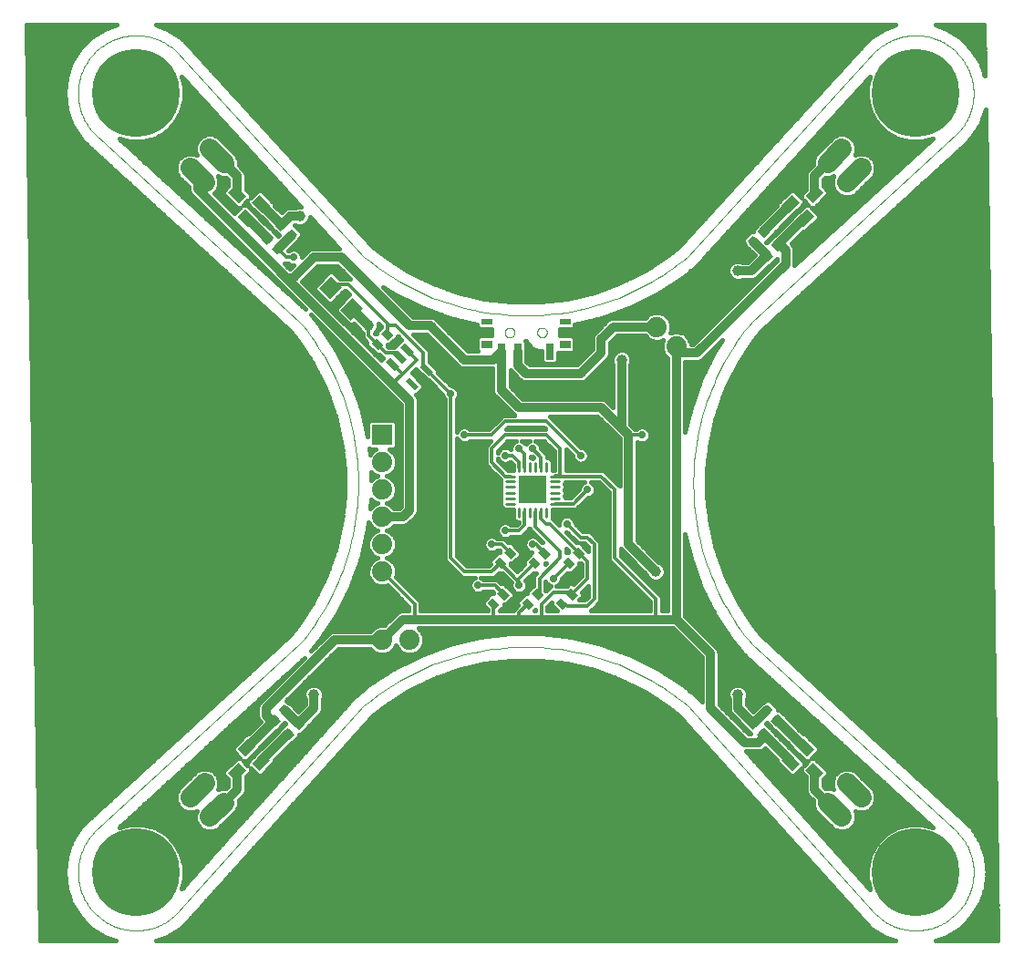
<source format=gtl>
G75*
%MOIN*%
%OFA0B0*%
%FSLAX25Y25*%
%IPPOS*%
%LPD*%
%AMOC8*
5,1,8,0,0,1.08239X$1,22.5*
%
%ADD10C,0.00000*%
%ADD11R,0.02756X0.03543*%
%ADD12R,0.07400X0.07400*%
%ADD13C,0.07400*%
%ADD14C,0.07400*%
%ADD15R,0.03937X0.05512*%
%ADD16C,0.01000*%
%ADD17R,0.10300X0.10300*%
%ADD18R,0.02165X0.04724*%
%ADD19R,0.06299X0.05512*%
%ADD20R,0.02756X0.05906*%
%ADD21R,0.03937X0.02362*%
%ADD22R,0.03937X0.03150*%
%ADD23C,0.03200*%
%ADD24C,0.01200*%
%ADD25C,0.03962*%
%ADD26C,0.02781*%
%ADD27C,0.32000*%
%ADD28C,0.01600*%
D10*
X0026800Y0016800D02*
X0026442Y0017167D01*
X0026093Y0017542D01*
X0025753Y0017926D01*
X0025422Y0018318D01*
X0025101Y0018718D01*
X0024790Y0019125D01*
X0024489Y0019540D01*
X0024198Y0019961D01*
X0023917Y0020390D01*
X0023646Y0020826D01*
X0023386Y0021268D01*
X0023137Y0021716D01*
X0022899Y0022169D01*
X0022672Y0022629D01*
X0022456Y0023094D01*
X0022251Y0023564D01*
X0022058Y0024039D01*
X0021876Y0024518D01*
X0021706Y0025002D01*
X0021548Y0025489D01*
X0021401Y0025980D01*
X0021266Y0026475D01*
X0021144Y0026973D01*
X0021033Y0027473D01*
X0020934Y0027976D01*
X0020848Y0028482D01*
X0020774Y0028989D01*
X0020712Y0029498D01*
X0020663Y0030008D01*
X0020626Y0030519D01*
X0020601Y0031031D01*
X0020589Y0031544D01*
X0020589Y0032056D01*
X0020601Y0032569D01*
X0020626Y0033081D01*
X0020663Y0033592D01*
X0020712Y0034102D01*
X0020774Y0034611D01*
X0020848Y0035118D01*
X0020934Y0035624D01*
X0021033Y0036127D01*
X0021144Y0036627D01*
X0021266Y0037125D01*
X0021401Y0037620D01*
X0021548Y0038111D01*
X0021706Y0038598D01*
X0021876Y0039082D01*
X0022058Y0039561D01*
X0022251Y0040036D01*
X0022456Y0040506D01*
X0022672Y0040971D01*
X0022899Y0041431D01*
X0023137Y0041884D01*
X0023386Y0042332D01*
X0023646Y0042774D01*
X0023917Y0043210D01*
X0024198Y0043639D01*
X0024489Y0044060D01*
X0024790Y0044475D01*
X0025101Y0044882D01*
X0025422Y0045282D01*
X0025753Y0045674D01*
X0026093Y0046058D01*
X0026442Y0046433D01*
X0026800Y0046800D01*
X0101540Y0115225D01*
X0125225Y0092800D02*
X0056800Y0016800D01*
X0056433Y0016442D01*
X0056058Y0016093D01*
X0055674Y0015753D01*
X0055282Y0015422D01*
X0054882Y0015101D01*
X0054475Y0014790D01*
X0054060Y0014489D01*
X0053639Y0014198D01*
X0053210Y0013917D01*
X0052774Y0013646D01*
X0052332Y0013386D01*
X0051884Y0013137D01*
X0051431Y0012899D01*
X0050971Y0012672D01*
X0050506Y0012456D01*
X0050036Y0012251D01*
X0049561Y0012058D01*
X0049082Y0011876D01*
X0048598Y0011706D01*
X0048111Y0011548D01*
X0047620Y0011401D01*
X0047125Y0011266D01*
X0046627Y0011144D01*
X0046127Y0011033D01*
X0045624Y0010934D01*
X0045118Y0010848D01*
X0044611Y0010774D01*
X0044102Y0010712D01*
X0043592Y0010663D01*
X0043081Y0010626D01*
X0042569Y0010601D01*
X0042056Y0010589D01*
X0041544Y0010589D01*
X0041031Y0010601D01*
X0040519Y0010626D01*
X0040008Y0010663D01*
X0039498Y0010712D01*
X0038989Y0010774D01*
X0038482Y0010848D01*
X0037976Y0010934D01*
X0037473Y0011033D01*
X0036973Y0011144D01*
X0036475Y0011266D01*
X0035980Y0011401D01*
X0035489Y0011548D01*
X0035002Y0011706D01*
X0034518Y0011876D01*
X0034039Y0012058D01*
X0033564Y0012251D01*
X0033094Y0012456D01*
X0032629Y0012672D01*
X0032169Y0012899D01*
X0031716Y0013137D01*
X0031268Y0013386D01*
X0030826Y0013646D01*
X0030390Y0013917D01*
X0029961Y0014198D01*
X0029540Y0014489D01*
X0029125Y0014790D01*
X0028718Y0015101D01*
X0028318Y0015422D01*
X0027926Y0015753D01*
X0027542Y0016093D01*
X0027167Y0016442D01*
X0026800Y0016800D01*
X0125225Y0092800D02*
X0126967Y0094225D01*
X0128743Y0095607D01*
X0130552Y0096946D01*
X0132393Y0098239D01*
X0134266Y0099487D01*
X0136169Y0100689D01*
X0138100Y0101844D01*
X0140059Y0102952D01*
X0142045Y0104011D01*
X0144056Y0105021D01*
X0146091Y0105981D01*
X0148149Y0106891D01*
X0150229Y0107751D01*
X0152329Y0108559D01*
X0154449Y0109316D01*
X0156586Y0110021D01*
X0158740Y0110673D01*
X0160909Y0111272D01*
X0163093Y0111818D01*
X0165289Y0112310D01*
X0167496Y0112748D01*
X0169713Y0113132D01*
X0171940Y0113461D01*
X0174173Y0113736D01*
X0176413Y0113957D01*
X0178657Y0114122D01*
X0180905Y0114232D01*
X0183155Y0114287D01*
X0185405Y0114287D01*
X0187655Y0114232D01*
X0189903Y0114122D01*
X0192147Y0113957D01*
X0194387Y0113736D01*
X0196620Y0113461D01*
X0198847Y0113132D01*
X0201064Y0112748D01*
X0203271Y0112310D01*
X0205467Y0111818D01*
X0207651Y0111272D01*
X0209820Y0110673D01*
X0211974Y0110021D01*
X0214111Y0109316D01*
X0216231Y0108559D01*
X0218331Y0107751D01*
X0220411Y0106891D01*
X0222469Y0105981D01*
X0224504Y0105021D01*
X0226515Y0104011D01*
X0228501Y0102952D01*
X0230460Y0101844D01*
X0232391Y0100689D01*
X0234294Y0099487D01*
X0236167Y0098239D01*
X0238008Y0096946D01*
X0239817Y0095607D01*
X0241593Y0094225D01*
X0243335Y0092800D01*
X0311800Y0016800D01*
X0312166Y0016442D01*
X0312541Y0016094D01*
X0312924Y0015754D01*
X0313316Y0015424D01*
X0313715Y0015104D01*
X0314122Y0014793D01*
X0314536Y0014492D01*
X0314957Y0014201D01*
X0315385Y0013920D01*
X0315820Y0013650D01*
X0316261Y0013391D01*
X0316709Y0013142D01*
X0317162Y0012904D01*
X0317621Y0012677D01*
X0318085Y0012461D01*
X0318555Y0012257D01*
X0319029Y0012064D01*
X0319508Y0011882D01*
X0319991Y0011712D01*
X0320477Y0011554D01*
X0320968Y0011408D01*
X0321462Y0011273D01*
X0321959Y0011151D01*
X0322459Y0011040D01*
X0322961Y0010942D01*
X0323466Y0010856D01*
X0323973Y0010782D01*
X0324481Y0010720D01*
X0324990Y0010671D01*
X0325501Y0010634D01*
X0326012Y0010609D01*
X0326524Y0010597D01*
X0327036Y0010597D01*
X0327548Y0010609D01*
X0328059Y0010634D01*
X0328570Y0010671D01*
X0329079Y0010720D01*
X0329587Y0010782D01*
X0330094Y0010856D01*
X0330599Y0010942D01*
X0331101Y0011040D01*
X0331601Y0011151D01*
X0332098Y0011273D01*
X0332592Y0011408D01*
X0333083Y0011554D01*
X0333569Y0011712D01*
X0334052Y0011882D01*
X0334531Y0012064D01*
X0335005Y0012257D01*
X0335475Y0012461D01*
X0335939Y0012677D01*
X0336398Y0012904D01*
X0336851Y0013142D01*
X0337299Y0013391D01*
X0337740Y0013650D01*
X0338175Y0013920D01*
X0338603Y0014201D01*
X0339024Y0014492D01*
X0339438Y0014793D01*
X0339845Y0015104D01*
X0340244Y0015424D01*
X0340636Y0015754D01*
X0341019Y0016094D01*
X0341394Y0016442D01*
X0341760Y0016800D01*
X0342119Y0017167D01*
X0342468Y0017542D01*
X0342809Y0017925D01*
X0343140Y0018316D01*
X0343461Y0018716D01*
X0343773Y0019123D01*
X0344075Y0019537D01*
X0344367Y0019958D01*
X0344648Y0020387D01*
X0344919Y0020822D01*
X0345180Y0021263D01*
X0345429Y0021711D01*
X0345668Y0022165D01*
X0345896Y0022624D01*
X0346113Y0023089D01*
X0346318Y0023558D01*
X0346512Y0024033D01*
X0346694Y0024512D01*
X0346865Y0024995D01*
X0347024Y0025482D01*
X0347171Y0025974D01*
X0347307Y0026468D01*
X0347430Y0026966D01*
X0347541Y0027466D01*
X0347640Y0027969D01*
X0347727Y0028474D01*
X0347802Y0028981D01*
X0347865Y0029490D01*
X0347915Y0030000D01*
X0347953Y0030511D01*
X0347978Y0031023D01*
X0347991Y0031536D01*
X0347992Y0032048D01*
X0347980Y0032561D01*
X0347956Y0033073D01*
X0347919Y0033584D01*
X0347871Y0034095D01*
X0347810Y0034604D01*
X0347736Y0035111D01*
X0347651Y0035616D01*
X0347553Y0036120D01*
X0347443Y0036620D01*
X0347321Y0037118D01*
X0347187Y0037613D01*
X0347041Y0038104D01*
X0346883Y0038592D01*
X0346713Y0039076D01*
X0346532Y0039555D01*
X0346340Y0040030D01*
X0346136Y0040501D01*
X0345920Y0040966D01*
X0345694Y0041426D01*
X0345456Y0041880D01*
X0345207Y0042328D01*
X0344948Y0042770D01*
X0344678Y0043206D01*
X0344398Y0043635D01*
X0344107Y0044058D01*
X0343806Y0044473D01*
X0343496Y0044881D01*
X0343175Y0045281D01*
X0342845Y0045673D01*
X0342506Y0046057D01*
X0342157Y0046433D01*
X0341800Y0046800D01*
X0267020Y0115225D01*
X0267021Y0115225D02*
X0265596Y0116967D01*
X0264214Y0118743D01*
X0262875Y0120552D01*
X0261582Y0122393D01*
X0260334Y0124266D01*
X0259132Y0126169D01*
X0257977Y0128100D01*
X0256869Y0130059D01*
X0255810Y0132045D01*
X0254800Y0134056D01*
X0253840Y0136091D01*
X0252930Y0138149D01*
X0252070Y0140229D01*
X0251262Y0142329D01*
X0250505Y0144449D01*
X0249800Y0146586D01*
X0249148Y0148740D01*
X0248549Y0150909D01*
X0248003Y0153093D01*
X0247511Y0155289D01*
X0247073Y0157496D01*
X0246689Y0159713D01*
X0246360Y0161940D01*
X0246085Y0164173D01*
X0245864Y0166413D01*
X0245699Y0168657D01*
X0245589Y0170905D01*
X0245534Y0173155D01*
X0245534Y0175405D01*
X0245589Y0177655D01*
X0245699Y0179903D01*
X0245864Y0182147D01*
X0246085Y0184387D01*
X0246360Y0186620D01*
X0246689Y0188847D01*
X0247073Y0191064D01*
X0247511Y0193271D01*
X0248003Y0195467D01*
X0248549Y0197651D01*
X0249148Y0199820D01*
X0249800Y0201974D01*
X0250505Y0204111D01*
X0251262Y0206231D01*
X0252070Y0208331D01*
X0252930Y0210411D01*
X0253840Y0212469D01*
X0254800Y0214504D01*
X0255810Y0216515D01*
X0256869Y0218501D01*
X0257977Y0220460D01*
X0259132Y0222391D01*
X0260334Y0224294D01*
X0261582Y0226167D01*
X0262875Y0228008D01*
X0264214Y0229817D01*
X0265596Y0231593D01*
X0267021Y0233335D01*
X0267020Y0233335D02*
X0341761Y0301761D01*
X0342119Y0302128D01*
X0342468Y0302503D01*
X0342808Y0302887D01*
X0343139Y0303279D01*
X0343460Y0303679D01*
X0343771Y0304086D01*
X0344072Y0304501D01*
X0344363Y0304922D01*
X0344644Y0305351D01*
X0344915Y0305787D01*
X0345175Y0306229D01*
X0345424Y0306677D01*
X0345662Y0307130D01*
X0345889Y0307590D01*
X0346105Y0308055D01*
X0346310Y0308525D01*
X0346503Y0309000D01*
X0346685Y0309479D01*
X0346855Y0309963D01*
X0347013Y0310450D01*
X0347160Y0310941D01*
X0347295Y0311436D01*
X0347417Y0311934D01*
X0347528Y0312434D01*
X0347627Y0312937D01*
X0347713Y0313443D01*
X0347787Y0313950D01*
X0347849Y0314459D01*
X0347898Y0314969D01*
X0347935Y0315480D01*
X0347960Y0315992D01*
X0347972Y0316505D01*
X0347972Y0317017D01*
X0347960Y0317530D01*
X0347935Y0318042D01*
X0347898Y0318553D01*
X0347849Y0319063D01*
X0347787Y0319572D01*
X0347713Y0320079D01*
X0347627Y0320585D01*
X0347528Y0321088D01*
X0347417Y0321588D01*
X0347295Y0322086D01*
X0347160Y0322581D01*
X0347013Y0323072D01*
X0346855Y0323559D01*
X0346685Y0324043D01*
X0346503Y0324522D01*
X0346310Y0324997D01*
X0346105Y0325467D01*
X0345889Y0325932D01*
X0345662Y0326392D01*
X0345424Y0326845D01*
X0345175Y0327293D01*
X0344915Y0327735D01*
X0344644Y0328171D01*
X0344363Y0328600D01*
X0344072Y0329021D01*
X0343771Y0329436D01*
X0343460Y0329843D01*
X0343139Y0330243D01*
X0342808Y0330635D01*
X0342468Y0331019D01*
X0342119Y0331394D01*
X0341761Y0331761D01*
X0341761Y0331760D02*
X0341395Y0332118D01*
X0341020Y0332468D01*
X0340638Y0332808D01*
X0340247Y0333138D01*
X0339848Y0333459D01*
X0339442Y0333771D01*
X0339028Y0334072D01*
X0338607Y0334363D01*
X0338179Y0334645D01*
X0337745Y0334915D01*
X0337304Y0335175D01*
X0336857Y0335425D01*
X0336404Y0335663D01*
X0335945Y0335891D01*
X0335481Y0336107D01*
X0335012Y0336312D01*
X0334538Y0336506D01*
X0334060Y0336688D01*
X0333577Y0336859D01*
X0333090Y0337017D01*
X0332600Y0337164D01*
X0332106Y0337300D01*
X0331609Y0337423D01*
X0331109Y0337534D01*
X0330607Y0337633D01*
X0330103Y0337720D01*
X0329596Y0337794D01*
X0329088Y0337857D01*
X0328578Y0337907D01*
X0328068Y0337945D01*
X0327557Y0337970D01*
X0327045Y0337983D01*
X0326533Y0337984D01*
X0326021Y0337972D01*
X0325510Y0337948D01*
X0324999Y0337912D01*
X0324489Y0337863D01*
X0323981Y0337802D01*
X0323474Y0337729D01*
X0322970Y0337643D01*
X0322467Y0337545D01*
X0321967Y0337435D01*
X0321470Y0337314D01*
X0320976Y0337180D01*
X0320485Y0337034D01*
X0319998Y0336876D01*
X0319515Y0336707D01*
X0319036Y0336526D01*
X0318561Y0336334D01*
X0318092Y0336130D01*
X0317627Y0335915D01*
X0317168Y0335689D01*
X0316714Y0335451D01*
X0316267Y0335203D01*
X0315825Y0334944D01*
X0315390Y0334675D01*
X0314961Y0334395D01*
X0314539Y0334104D01*
X0314125Y0333804D01*
X0313718Y0333494D01*
X0313318Y0333174D01*
X0312926Y0332844D01*
X0312543Y0332505D01*
X0312167Y0332157D01*
X0311801Y0331800D01*
X0311800Y0331800D02*
X0243335Y0257020D01*
X0188434Y0229300D02*
X0188436Y0229384D01*
X0188442Y0229467D01*
X0188452Y0229550D01*
X0188466Y0229633D01*
X0188483Y0229715D01*
X0188505Y0229796D01*
X0188530Y0229875D01*
X0188559Y0229954D01*
X0188592Y0230031D01*
X0188628Y0230106D01*
X0188668Y0230180D01*
X0188711Y0230252D01*
X0188758Y0230321D01*
X0188808Y0230388D01*
X0188861Y0230453D01*
X0188917Y0230515D01*
X0188975Y0230575D01*
X0189037Y0230632D01*
X0189101Y0230685D01*
X0189168Y0230736D01*
X0189237Y0230783D01*
X0189308Y0230828D01*
X0189381Y0230868D01*
X0189456Y0230905D01*
X0189533Y0230939D01*
X0189611Y0230969D01*
X0189690Y0230995D01*
X0189771Y0231018D01*
X0189853Y0231036D01*
X0189935Y0231051D01*
X0190018Y0231062D01*
X0190101Y0231069D01*
X0190185Y0231072D01*
X0190269Y0231071D01*
X0190352Y0231066D01*
X0190436Y0231057D01*
X0190518Y0231044D01*
X0190600Y0231028D01*
X0190681Y0231007D01*
X0190762Y0230983D01*
X0190840Y0230955D01*
X0190918Y0230923D01*
X0190994Y0230887D01*
X0191068Y0230848D01*
X0191140Y0230806D01*
X0191210Y0230760D01*
X0191278Y0230711D01*
X0191343Y0230659D01*
X0191406Y0230604D01*
X0191466Y0230546D01*
X0191524Y0230485D01*
X0191578Y0230421D01*
X0191630Y0230355D01*
X0191678Y0230287D01*
X0191723Y0230216D01*
X0191764Y0230143D01*
X0191803Y0230069D01*
X0191837Y0229993D01*
X0191868Y0229915D01*
X0191895Y0229836D01*
X0191919Y0229755D01*
X0191938Y0229674D01*
X0191954Y0229592D01*
X0191966Y0229509D01*
X0191974Y0229425D01*
X0191978Y0229342D01*
X0191978Y0229258D01*
X0191974Y0229175D01*
X0191966Y0229091D01*
X0191954Y0229008D01*
X0191938Y0228926D01*
X0191919Y0228845D01*
X0191895Y0228764D01*
X0191868Y0228685D01*
X0191837Y0228607D01*
X0191803Y0228531D01*
X0191764Y0228457D01*
X0191723Y0228384D01*
X0191678Y0228313D01*
X0191630Y0228245D01*
X0191578Y0228179D01*
X0191524Y0228115D01*
X0191466Y0228054D01*
X0191406Y0227996D01*
X0191343Y0227941D01*
X0191278Y0227889D01*
X0191210Y0227840D01*
X0191140Y0227794D01*
X0191068Y0227752D01*
X0190994Y0227713D01*
X0190918Y0227677D01*
X0190840Y0227645D01*
X0190762Y0227617D01*
X0190681Y0227593D01*
X0190600Y0227572D01*
X0190518Y0227556D01*
X0190436Y0227543D01*
X0190352Y0227534D01*
X0190269Y0227529D01*
X0190185Y0227528D01*
X0190101Y0227531D01*
X0190018Y0227538D01*
X0189935Y0227549D01*
X0189853Y0227564D01*
X0189771Y0227582D01*
X0189690Y0227605D01*
X0189611Y0227631D01*
X0189533Y0227661D01*
X0189456Y0227695D01*
X0189381Y0227732D01*
X0189308Y0227772D01*
X0189237Y0227817D01*
X0189168Y0227864D01*
X0189101Y0227915D01*
X0189037Y0227968D01*
X0188975Y0228025D01*
X0188917Y0228085D01*
X0188861Y0228147D01*
X0188808Y0228212D01*
X0188758Y0228279D01*
X0188711Y0228348D01*
X0188668Y0228420D01*
X0188628Y0228494D01*
X0188592Y0228569D01*
X0188559Y0228646D01*
X0188530Y0228725D01*
X0188505Y0228804D01*
X0188483Y0228885D01*
X0188466Y0228967D01*
X0188452Y0229050D01*
X0188442Y0229133D01*
X0188436Y0229216D01*
X0188434Y0229300D01*
X0176622Y0229300D02*
X0176624Y0229384D01*
X0176630Y0229467D01*
X0176640Y0229550D01*
X0176654Y0229633D01*
X0176671Y0229715D01*
X0176693Y0229796D01*
X0176718Y0229875D01*
X0176747Y0229954D01*
X0176780Y0230031D01*
X0176816Y0230106D01*
X0176856Y0230180D01*
X0176899Y0230252D01*
X0176946Y0230321D01*
X0176996Y0230388D01*
X0177049Y0230453D01*
X0177105Y0230515D01*
X0177163Y0230575D01*
X0177225Y0230632D01*
X0177289Y0230685D01*
X0177356Y0230736D01*
X0177425Y0230783D01*
X0177496Y0230828D01*
X0177569Y0230868D01*
X0177644Y0230905D01*
X0177721Y0230939D01*
X0177799Y0230969D01*
X0177878Y0230995D01*
X0177959Y0231018D01*
X0178041Y0231036D01*
X0178123Y0231051D01*
X0178206Y0231062D01*
X0178289Y0231069D01*
X0178373Y0231072D01*
X0178457Y0231071D01*
X0178540Y0231066D01*
X0178624Y0231057D01*
X0178706Y0231044D01*
X0178788Y0231028D01*
X0178869Y0231007D01*
X0178950Y0230983D01*
X0179028Y0230955D01*
X0179106Y0230923D01*
X0179182Y0230887D01*
X0179256Y0230848D01*
X0179328Y0230806D01*
X0179398Y0230760D01*
X0179466Y0230711D01*
X0179531Y0230659D01*
X0179594Y0230604D01*
X0179654Y0230546D01*
X0179712Y0230485D01*
X0179766Y0230421D01*
X0179818Y0230355D01*
X0179866Y0230287D01*
X0179911Y0230216D01*
X0179952Y0230143D01*
X0179991Y0230069D01*
X0180025Y0229993D01*
X0180056Y0229915D01*
X0180083Y0229836D01*
X0180107Y0229755D01*
X0180126Y0229674D01*
X0180142Y0229592D01*
X0180154Y0229509D01*
X0180162Y0229425D01*
X0180166Y0229342D01*
X0180166Y0229258D01*
X0180162Y0229175D01*
X0180154Y0229091D01*
X0180142Y0229008D01*
X0180126Y0228926D01*
X0180107Y0228845D01*
X0180083Y0228764D01*
X0180056Y0228685D01*
X0180025Y0228607D01*
X0179991Y0228531D01*
X0179952Y0228457D01*
X0179911Y0228384D01*
X0179866Y0228313D01*
X0179818Y0228245D01*
X0179766Y0228179D01*
X0179712Y0228115D01*
X0179654Y0228054D01*
X0179594Y0227996D01*
X0179531Y0227941D01*
X0179466Y0227889D01*
X0179398Y0227840D01*
X0179328Y0227794D01*
X0179256Y0227752D01*
X0179182Y0227713D01*
X0179106Y0227677D01*
X0179028Y0227645D01*
X0178950Y0227617D01*
X0178869Y0227593D01*
X0178788Y0227572D01*
X0178706Y0227556D01*
X0178624Y0227543D01*
X0178540Y0227534D01*
X0178457Y0227529D01*
X0178373Y0227528D01*
X0178289Y0227531D01*
X0178206Y0227538D01*
X0178123Y0227549D01*
X0178041Y0227564D01*
X0177959Y0227582D01*
X0177878Y0227605D01*
X0177799Y0227631D01*
X0177721Y0227661D01*
X0177644Y0227695D01*
X0177569Y0227732D01*
X0177496Y0227772D01*
X0177425Y0227817D01*
X0177356Y0227864D01*
X0177289Y0227915D01*
X0177225Y0227968D01*
X0177163Y0228025D01*
X0177105Y0228085D01*
X0177049Y0228147D01*
X0176996Y0228212D01*
X0176946Y0228279D01*
X0176899Y0228348D01*
X0176856Y0228420D01*
X0176816Y0228494D01*
X0176780Y0228569D01*
X0176747Y0228646D01*
X0176718Y0228725D01*
X0176693Y0228804D01*
X0176671Y0228885D01*
X0176654Y0228967D01*
X0176640Y0229050D01*
X0176630Y0229133D01*
X0176624Y0229216D01*
X0176622Y0229300D01*
X0125225Y0257020D02*
X0056839Y0331761D01*
X0056840Y0331761D02*
X0056472Y0332119D01*
X0056096Y0332469D01*
X0055712Y0332809D01*
X0055320Y0333140D01*
X0054920Y0333462D01*
X0054512Y0333773D01*
X0054097Y0334075D01*
X0053674Y0334367D01*
X0053245Y0334648D01*
X0052809Y0334919D01*
X0052366Y0335179D01*
X0051918Y0335428D01*
X0051463Y0335667D01*
X0051003Y0335894D01*
X0050538Y0336111D01*
X0050067Y0336316D01*
X0049592Y0336509D01*
X0049112Y0336691D01*
X0048627Y0336862D01*
X0048139Y0337020D01*
X0047647Y0337167D01*
X0047152Y0337302D01*
X0046654Y0337425D01*
X0046153Y0337535D01*
X0045649Y0337634D01*
X0045143Y0337720D01*
X0044635Y0337795D01*
X0044125Y0337857D01*
X0043614Y0337906D01*
X0043102Y0337943D01*
X0042590Y0337968D01*
X0042077Y0337980D01*
X0041563Y0337980D01*
X0041050Y0337968D01*
X0040538Y0337943D01*
X0040026Y0337906D01*
X0039515Y0337857D01*
X0039005Y0337795D01*
X0038497Y0337720D01*
X0037991Y0337634D01*
X0037487Y0337535D01*
X0036986Y0337425D01*
X0036488Y0337302D01*
X0035993Y0337167D01*
X0035501Y0337020D01*
X0035013Y0336862D01*
X0034528Y0336691D01*
X0034048Y0336509D01*
X0033573Y0336316D01*
X0033102Y0336111D01*
X0032637Y0335894D01*
X0032177Y0335667D01*
X0031722Y0335428D01*
X0031274Y0335179D01*
X0030831Y0334919D01*
X0030395Y0334648D01*
X0029966Y0334367D01*
X0029543Y0334075D01*
X0029128Y0333773D01*
X0028720Y0333462D01*
X0028320Y0333140D01*
X0027928Y0332809D01*
X0027544Y0332469D01*
X0027168Y0332119D01*
X0026800Y0331761D01*
X0026800Y0331760D02*
X0026442Y0331394D01*
X0026094Y0331019D01*
X0025754Y0330636D01*
X0025424Y0330244D01*
X0025104Y0329845D01*
X0024793Y0329438D01*
X0024492Y0329024D01*
X0024201Y0328603D01*
X0023920Y0328175D01*
X0023650Y0327740D01*
X0023391Y0327299D01*
X0023142Y0326851D01*
X0022904Y0326398D01*
X0022677Y0325939D01*
X0022461Y0325475D01*
X0022257Y0325005D01*
X0022064Y0324531D01*
X0021882Y0324052D01*
X0021712Y0323569D01*
X0021554Y0323083D01*
X0021408Y0322592D01*
X0021273Y0322098D01*
X0021151Y0321601D01*
X0021040Y0321101D01*
X0020942Y0320599D01*
X0020856Y0320094D01*
X0020782Y0319587D01*
X0020720Y0319079D01*
X0020671Y0318570D01*
X0020634Y0318059D01*
X0020609Y0317548D01*
X0020597Y0317036D01*
X0020597Y0316524D01*
X0020609Y0316012D01*
X0020634Y0315501D01*
X0020671Y0314990D01*
X0020720Y0314481D01*
X0020782Y0313973D01*
X0020856Y0313466D01*
X0020942Y0312961D01*
X0021040Y0312459D01*
X0021151Y0311959D01*
X0021273Y0311462D01*
X0021408Y0310968D01*
X0021554Y0310477D01*
X0021712Y0309991D01*
X0021882Y0309508D01*
X0022064Y0309029D01*
X0022257Y0308555D01*
X0022461Y0308085D01*
X0022677Y0307621D01*
X0022904Y0307162D01*
X0023142Y0306709D01*
X0023391Y0306261D01*
X0023650Y0305820D01*
X0023920Y0305385D01*
X0024201Y0304957D01*
X0024492Y0304536D01*
X0024793Y0304122D01*
X0025104Y0303715D01*
X0025424Y0303316D01*
X0025754Y0302924D01*
X0026094Y0302541D01*
X0026442Y0302166D01*
X0026800Y0301800D01*
X0101540Y0233335D01*
X0102965Y0231593D01*
X0104347Y0229817D01*
X0105686Y0228008D01*
X0106979Y0226167D01*
X0108227Y0224294D01*
X0109429Y0222391D01*
X0110584Y0220460D01*
X0111692Y0218501D01*
X0112751Y0216515D01*
X0113761Y0214504D01*
X0114721Y0212469D01*
X0115631Y0210411D01*
X0116491Y0208331D01*
X0117299Y0206231D01*
X0118056Y0204111D01*
X0118761Y0201974D01*
X0119413Y0199820D01*
X0120012Y0197651D01*
X0120558Y0195467D01*
X0121050Y0193271D01*
X0121488Y0191064D01*
X0121872Y0188847D01*
X0122201Y0186620D01*
X0122476Y0184387D01*
X0122697Y0182147D01*
X0122862Y0179903D01*
X0122972Y0177655D01*
X0123027Y0175405D01*
X0123027Y0173155D01*
X0122972Y0170905D01*
X0122862Y0168657D01*
X0122697Y0166413D01*
X0122476Y0164173D01*
X0122201Y0161940D01*
X0121872Y0159713D01*
X0121488Y0157496D01*
X0121050Y0155289D01*
X0120558Y0153093D01*
X0120012Y0150909D01*
X0119413Y0148740D01*
X0118761Y0146586D01*
X0118056Y0144449D01*
X0117299Y0142329D01*
X0116491Y0140229D01*
X0115631Y0138149D01*
X0114721Y0136091D01*
X0113761Y0134056D01*
X0112751Y0132045D01*
X0111692Y0130059D01*
X0110584Y0128100D01*
X0109429Y0126169D01*
X0108227Y0124266D01*
X0106979Y0122393D01*
X0105686Y0120552D01*
X0104347Y0118743D01*
X0102965Y0116967D01*
X0101540Y0115225D01*
X0125225Y0257021D02*
X0126967Y0255596D01*
X0128743Y0254214D01*
X0130552Y0252875D01*
X0132393Y0251582D01*
X0134266Y0250334D01*
X0136169Y0249132D01*
X0138100Y0247977D01*
X0140059Y0246869D01*
X0142045Y0245810D01*
X0144056Y0244800D01*
X0146091Y0243840D01*
X0148149Y0242930D01*
X0150229Y0242070D01*
X0152329Y0241262D01*
X0154449Y0240505D01*
X0156586Y0239800D01*
X0158740Y0239148D01*
X0160909Y0238549D01*
X0163093Y0238003D01*
X0165289Y0237511D01*
X0167496Y0237073D01*
X0169713Y0236689D01*
X0171940Y0236360D01*
X0174173Y0236085D01*
X0176413Y0235864D01*
X0178657Y0235699D01*
X0180905Y0235589D01*
X0183155Y0235534D01*
X0185405Y0235534D01*
X0187655Y0235589D01*
X0189903Y0235699D01*
X0192147Y0235864D01*
X0194387Y0236085D01*
X0196620Y0236360D01*
X0198847Y0236689D01*
X0201064Y0237073D01*
X0203271Y0237511D01*
X0205467Y0238003D01*
X0207651Y0238549D01*
X0209820Y0239148D01*
X0211974Y0239800D01*
X0214111Y0240505D01*
X0216231Y0241262D01*
X0218331Y0242070D01*
X0220411Y0242930D01*
X0222469Y0243840D01*
X0224504Y0244800D01*
X0226515Y0245810D01*
X0228501Y0246869D01*
X0230460Y0247977D01*
X0232391Y0249132D01*
X0234294Y0250334D01*
X0236167Y0251582D01*
X0238008Y0252875D01*
X0239817Y0254214D01*
X0241593Y0255596D01*
X0243335Y0257021D01*
D11*
G36*
X0269716Y0262213D02*
X0267767Y0260264D01*
X0265264Y0262767D01*
X0267213Y0264716D01*
X0269716Y0262213D01*
G37*
G36*
X0273336Y0265833D02*
X0271387Y0263884D01*
X0268884Y0266387D01*
X0270833Y0268336D01*
X0273336Y0265833D01*
G37*
G36*
X0273884Y0261387D02*
X0275833Y0263336D01*
X0278336Y0260833D01*
X0276387Y0258884D01*
X0273884Y0261387D01*
G37*
G36*
X0270264Y0257767D02*
X0272213Y0259716D01*
X0274716Y0257213D01*
X0272767Y0255264D01*
X0270264Y0257767D01*
G37*
G36*
X0201384Y0148887D02*
X0203333Y0150836D01*
X0205836Y0148333D01*
X0203887Y0146384D01*
X0201384Y0148887D01*
G37*
G36*
X0197764Y0145267D02*
X0199713Y0147216D01*
X0202216Y0144713D01*
X0200267Y0142764D01*
X0197764Y0145267D01*
G37*
G36*
X0193336Y0148333D02*
X0191387Y0146384D01*
X0188884Y0148887D01*
X0190833Y0150836D01*
X0193336Y0148333D01*
G37*
G36*
X0189716Y0144713D02*
X0187767Y0142764D01*
X0185264Y0145267D01*
X0187213Y0147216D01*
X0189716Y0144713D01*
G37*
G36*
X0180836Y0148333D02*
X0178887Y0146384D01*
X0176384Y0148887D01*
X0178333Y0150836D01*
X0180836Y0148333D01*
G37*
G36*
X0177216Y0144713D02*
X0175267Y0142764D01*
X0172764Y0145267D01*
X0174713Y0147216D01*
X0177216Y0144713D01*
G37*
G36*
X0178336Y0133333D02*
X0176387Y0131384D01*
X0173884Y0133887D01*
X0175833Y0135836D01*
X0178336Y0133333D01*
G37*
G36*
X0187216Y0129713D02*
X0185267Y0127764D01*
X0182764Y0130267D01*
X0184713Y0132216D01*
X0187216Y0129713D01*
G37*
G36*
X0190836Y0133333D02*
X0188887Y0131384D01*
X0186384Y0133887D01*
X0188333Y0135836D01*
X0190836Y0133333D01*
G37*
G36*
X0195264Y0130267D02*
X0197213Y0132216D01*
X0199716Y0129713D01*
X0197767Y0127764D01*
X0195264Y0130267D01*
G37*
G36*
X0198884Y0133887D02*
X0200833Y0135836D01*
X0203336Y0133333D01*
X0201387Y0131384D01*
X0198884Y0133887D01*
G37*
G36*
X0174716Y0129713D02*
X0172767Y0127764D01*
X0170264Y0130267D01*
X0172213Y0132216D01*
X0174716Y0129713D01*
G37*
G36*
X0098884Y0086387D02*
X0100833Y0088336D01*
X0103336Y0085833D01*
X0101387Y0083884D01*
X0098884Y0086387D01*
G37*
G36*
X0095264Y0082767D02*
X0097213Y0084716D01*
X0099716Y0082213D01*
X0097767Y0080264D01*
X0095264Y0082767D01*
G37*
G36*
X0094716Y0087213D02*
X0092767Y0085264D01*
X0090264Y0087767D01*
X0092213Y0089716D01*
X0094716Y0087213D01*
G37*
G36*
X0098336Y0090833D02*
X0096387Y0088884D01*
X0093884Y0091387D01*
X0095833Y0093336D01*
X0098336Y0090833D01*
G37*
G36*
X0127764Y0225267D02*
X0129713Y0227216D01*
X0132216Y0224713D01*
X0130267Y0222764D01*
X0127764Y0225267D01*
G37*
G36*
X0131384Y0228887D02*
X0133333Y0230836D01*
X0135836Y0228333D01*
X0133887Y0226384D01*
X0131384Y0228887D01*
G37*
G36*
X0098887Y0267216D02*
X0100836Y0265267D01*
X0098333Y0262764D01*
X0096384Y0264713D01*
X0098887Y0267216D01*
G37*
G36*
X0095267Y0270836D02*
X0097216Y0268887D01*
X0094713Y0266384D01*
X0092764Y0268333D01*
X0095267Y0270836D01*
G37*
G36*
X0090267Y0265836D02*
X0092216Y0263887D01*
X0089713Y0261384D01*
X0087764Y0263333D01*
X0090267Y0265836D01*
G37*
G36*
X0093887Y0262216D02*
X0095836Y0260267D01*
X0093333Y0257764D01*
X0091384Y0259713D01*
X0093887Y0262216D01*
G37*
G36*
X0272213Y0088884D02*
X0270264Y0090833D01*
X0272767Y0093336D01*
X0274716Y0091387D01*
X0272213Y0088884D01*
G37*
G36*
X0275833Y0085264D02*
X0273884Y0087213D01*
X0276387Y0089716D01*
X0278336Y0087767D01*
X0275833Y0085264D01*
G37*
G36*
X0271387Y0084716D02*
X0273336Y0082767D01*
X0270833Y0080264D01*
X0268884Y0082213D01*
X0271387Y0084716D01*
G37*
G36*
X0267767Y0088336D02*
X0269716Y0086387D01*
X0267213Y0083884D01*
X0265264Y0085833D01*
X0267767Y0088336D01*
G37*
D12*
X0131800Y0191800D03*
D13*
X0131800Y0181800D03*
X0131800Y0171800D03*
X0131800Y0161800D03*
X0131800Y0151800D03*
X0131800Y0141800D03*
X0131800Y0116800D03*
X0141800Y0116800D03*
X0239300Y0224300D03*
X0232229Y0231371D03*
D14*
X0294613Y0291255D02*
X0299845Y0296487D01*
X0306916Y0289416D02*
X0301684Y0284184D01*
X0073987Y0291255D02*
X0068755Y0296487D01*
X0061684Y0289416D02*
X0066916Y0284184D01*
X0066916Y0064416D02*
X0061684Y0059184D01*
X0068755Y0052113D02*
X0073987Y0057345D01*
X0294613Y0057345D02*
X0299845Y0052113D01*
X0306916Y0059184D02*
X0301684Y0064416D01*
D15*
G36*
X0286522Y0069295D02*
X0289305Y0072078D01*
X0293202Y0068181D01*
X0290419Y0065398D01*
X0286522Y0069295D01*
G37*
G36*
X0277753Y0072775D02*
X0280536Y0075558D01*
X0284433Y0071661D01*
X0281650Y0068878D01*
X0277753Y0072775D01*
G37*
G36*
X0283042Y0078064D02*
X0285825Y0080847D01*
X0289722Y0076950D01*
X0286939Y0074167D01*
X0283042Y0078064D01*
G37*
G36*
X0088064Y0075558D02*
X0090847Y0072775D01*
X0086950Y0068878D01*
X0084167Y0071661D01*
X0088064Y0075558D01*
G37*
G36*
X0082775Y0080847D02*
X0085558Y0078064D01*
X0081661Y0074167D01*
X0078878Y0076950D01*
X0082775Y0080847D01*
G37*
G36*
X0079295Y0072078D02*
X0082078Y0069295D01*
X0078181Y0065398D01*
X0075398Y0068181D01*
X0079295Y0072078D01*
G37*
G36*
X0085558Y0270536D02*
X0082775Y0267753D01*
X0078878Y0271650D01*
X0081661Y0274433D01*
X0085558Y0270536D01*
G37*
G36*
X0090847Y0275825D02*
X0088064Y0273042D01*
X0084167Y0276939D01*
X0086950Y0279722D01*
X0090847Y0275825D01*
G37*
G36*
X0082078Y0279305D02*
X0079295Y0276522D01*
X0075398Y0280419D01*
X0078181Y0283202D01*
X0082078Y0279305D01*
G37*
G36*
X0280536Y0273042D02*
X0277753Y0275825D01*
X0281650Y0279722D01*
X0284433Y0276939D01*
X0280536Y0273042D01*
G37*
G36*
X0285825Y0267753D02*
X0283042Y0270536D01*
X0286939Y0274433D01*
X0289722Y0271650D01*
X0285825Y0267753D01*
G37*
G36*
X0289305Y0276522D02*
X0286522Y0279305D01*
X0290419Y0283202D01*
X0293202Y0280419D01*
X0289305Y0276522D01*
G37*
D16*
X0191866Y0181495D02*
X0191866Y0178495D01*
X0189869Y0178495D02*
X0189869Y0181495D01*
X0187893Y0181495D02*
X0187893Y0178495D01*
X0185786Y0178495D02*
X0185786Y0181495D01*
X0183800Y0181495D02*
X0183800Y0178495D01*
X0181813Y0178495D02*
X0181813Y0181495D01*
X0180165Y0176748D02*
X0177165Y0176748D01*
X0177165Y0174751D02*
X0180165Y0174751D01*
X0180165Y0172774D02*
X0177165Y0172774D01*
X0177165Y0170668D02*
X0180165Y0170668D01*
X0180165Y0168681D02*
X0177165Y0168681D01*
X0177165Y0166695D02*
X0180165Y0166695D01*
X0181813Y0164947D02*
X0181813Y0161947D01*
X0183800Y0161947D02*
X0183800Y0164947D01*
X0185786Y0164947D02*
X0185786Y0161947D01*
X0187893Y0161947D02*
X0187893Y0164947D01*
X0189869Y0164947D02*
X0189869Y0161947D01*
X0191866Y0161947D02*
X0191866Y0164947D01*
X0193513Y0166695D02*
X0196513Y0166695D01*
X0196513Y0168681D02*
X0193513Y0168681D01*
X0193513Y0170668D02*
X0196513Y0170668D01*
X0196513Y0172774D02*
X0193513Y0172774D01*
X0193513Y0174751D02*
X0196513Y0174751D01*
X0196513Y0176748D02*
X0193513Y0176748D01*
D17*
X0186879Y0171761D03*
D18*
G36*
X0140340Y0211441D02*
X0141870Y0212971D01*
X0145210Y0209631D01*
X0143680Y0208101D01*
X0140340Y0211441D01*
G37*
G36*
X0133101Y0218680D02*
X0134631Y0220210D01*
X0137971Y0216870D01*
X0136441Y0215340D01*
X0133101Y0218680D01*
G37*
G36*
X0135746Y0221324D02*
X0137276Y0222854D01*
X0140616Y0219514D01*
X0139086Y0217984D01*
X0135746Y0221324D01*
G37*
G36*
X0138390Y0223969D02*
X0139920Y0225499D01*
X0143260Y0222159D01*
X0141730Y0220629D01*
X0138390Y0223969D01*
G37*
G36*
X0145629Y0216730D02*
X0147159Y0218260D01*
X0150499Y0214920D01*
X0148969Y0213390D01*
X0145629Y0216730D01*
G37*
D19*
G36*
X0116522Y0237626D02*
X0120974Y0242078D01*
X0124872Y0238180D01*
X0120420Y0233728D01*
X0116522Y0237626D01*
G37*
G36*
X0108728Y0245420D02*
X0113180Y0249872D01*
X0117078Y0245974D01*
X0112626Y0241522D01*
X0108728Y0245420D01*
G37*
D20*
X0175442Y0222410D03*
X0181347Y0222410D03*
X0193158Y0222410D03*
D21*
X0198670Y0233237D03*
X0169930Y0233237D03*
D22*
X0169930Y0224969D03*
X0198670Y0224969D03*
D23*
X0204300Y0214300D02*
X0184300Y0214300D01*
X0181347Y0217253D01*
X0181347Y0222410D01*
X0175442Y0222410D02*
X0175442Y0208158D01*
X0181800Y0201800D01*
X0211800Y0201800D01*
X0219300Y0194300D01*
X0221800Y0191800D01*
X0221800Y0151800D01*
X0231800Y0141800D01*
X0231800Y0124300D02*
X0239300Y0124300D01*
X0251800Y0111800D01*
X0251800Y0091800D01*
X0264300Y0079300D01*
X0269300Y0079300D01*
X0271110Y0081110D01*
X0271110Y0082490D01*
X0281093Y0072507D01*
X0281093Y0072218D01*
X0286093Y0077507D02*
X0276110Y0087490D01*
X0272490Y0091110D02*
X0267490Y0086110D01*
X0261800Y0091800D01*
X0261800Y0096800D01*
X0286093Y0077507D02*
X0286382Y0077507D01*
X0289862Y0068738D02*
X0289862Y0062096D01*
X0297229Y0054729D01*
X0239300Y0124300D02*
X0239300Y0224300D01*
X0241800Y0221800D01*
X0246800Y0221800D01*
X0279300Y0254300D01*
X0279300Y0259300D01*
X0276800Y0261800D01*
X0276110Y0261110D01*
X0276800Y0261800D02*
X0286093Y0271093D01*
X0286382Y0271093D01*
X0281093Y0276093D02*
X0271110Y0266110D01*
X0267490Y0262490D02*
X0272490Y0257490D01*
X0266800Y0251800D01*
X0261800Y0251800D01*
X0281093Y0276093D02*
X0281093Y0276382D01*
X0289862Y0279862D02*
X0289862Y0286504D01*
X0297229Y0293871D01*
X0232229Y0231371D02*
X0216371Y0231371D01*
X0211800Y0226800D01*
X0211800Y0221800D01*
X0204300Y0214300D01*
X0219300Y0219300D02*
X0219300Y0194300D01*
X0175442Y0222410D02*
X0172331Y0219300D01*
X0161800Y0219300D01*
X0149300Y0231800D01*
X0141800Y0231800D01*
X0116800Y0256800D01*
X0106800Y0256800D01*
X0099300Y0249300D01*
X0096800Y0249300D01*
X0135550Y0210550D01*
X0141800Y0204300D01*
X0141800Y0164300D01*
X0139300Y0161800D01*
X0131800Y0161800D01*
X0139300Y0124300D02*
X0141800Y0124300D01*
X0171800Y0124300D01*
X0181800Y0124300D01*
X0191800Y0124300D01*
X0231800Y0124300D01*
X0139300Y0124300D02*
X0131800Y0116800D01*
X0114300Y0116800D01*
X0089300Y0091800D01*
X0089300Y0089300D01*
X0091110Y0087490D01*
X0092490Y0087490D01*
X0082507Y0077507D01*
X0082218Y0077507D01*
X0087507Y0072507D02*
X0097490Y0082490D01*
X0101110Y0086110D02*
X0106800Y0091800D01*
X0106800Y0096800D01*
X0096110Y0091110D02*
X0101110Y0086110D01*
X0087507Y0072507D02*
X0087507Y0072218D01*
X0078738Y0068738D02*
X0078738Y0062096D01*
X0071371Y0054729D01*
X0126800Y0231800D02*
X0120697Y0237903D01*
X0126800Y0231800D02*
X0126800Y0231800D01*
X0096800Y0249300D02*
X0064300Y0281800D01*
X0064300Y0286800D01*
X0071371Y0293871D02*
X0078738Y0286504D01*
X0078738Y0279862D01*
X0082218Y0271093D02*
X0082507Y0271093D01*
X0089990Y0263610D01*
X0093610Y0259990D02*
X0098610Y0264990D01*
X0094990Y0268610D02*
X0098181Y0271800D01*
X0101800Y0271800D01*
X0094990Y0268610D02*
X0087507Y0276093D01*
X0087507Y0276382D01*
D24*
X0093610Y0259990D02*
X0096800Y0256800D01*
X0099300Y0256800D01*
X0112903Y0245697D02*
X0114005Y0246800D01*
X0119300Y0246800D01*
X0133610Y0232490D01*
X0133610Y0231800D01*
X0136800Y0231800D01*
X0146800Y0221800D01*
X0146800Y0217089D01*
X0148064Y0215825D01*
X0148064Y0215536D01*
X0156800Y0206800D01*
X0156800Y0146800D01*
X0161800Y0141800D01*
X0171800Y0141800D01*
X0174990Y0144990D01*
X0181240Y0138740D01*
X0187490Y0144990D01*
X0191110Y0148610D02*
X0187919Y0151800D01*
X0186800Y0151800D01*
X0181800Y0156800D02*
X0176800Y0156800D01*
X0175419Y0151800D02*
X0171800Y0151800D01*
X0175419Y0151800D02*
X0178610Y0148610D01*
X0181800Y0156800D02*
X0183800Y0158800D01*
X0183800Y0163447D01*
X0187893Y0163447D02*
X0187893Y0158207D01*
X0196800Y0149300D01*
X0196800Y0146800D01*
X0189300Y0139300D01*
X0189300Y0134300D01*
X0188610Y0133610D01*
X0189990Y0129990D02*
X0189990Y0124300D01*
X0191800Y0124300D01*
X0189990Y0129990D02*
X0194300Y0134300D01*
X0200419Y0134300D01*
X0201110Y0133610D01*
X0206800Y0139300D01*
X0206800Y0145419D01*
X0203610Y0148610D01*
X0192919Y0159300D01*
X0191800Y0159300D01*
X0189869Y0161231D01*
X0189869Y0163447D01*
X0195013Y0166695D02*
X0201695Y0166695D01*
X0206800Y0171800D01*
X0211852Y0176748D02*
X0216800Y0171800D01*
X0216800Y0146800D01*
X0231800Y0131800D01*
X0231800Y0124300D01*
X0209300Y0131800D02*
X0206800Y0129300D01*
X0199300Y0129300D01*
X0198610Y0129990D01*
X0197490Y0129990D01*
X0194300Y0139300D02*
X0199990Y0144990D01*
X0204300Y0154300D02*
X0199300Y0159300D01*
X0204300Y0154300D02*
X0206800Y0154300D01*
X0209300Y0151800D01*
X0209300Y0131800D01*
X0184990Y0129990D02*
X0181800Y0126800D01*
X0181800Y0124300D01*
X0176110Y0133610D02*
X0172919Y0136800D01*
X0166800Y0136800D01*
X0172490Y0129990D02*
X0172490Y0124990D01*
X0171800Y0124300D01*
X0181800Y0136800D02*
X0181800Y0138181D01*
X0181240Y0138740D01*
X0143610Y0129990D02*
X0143610Y0124300D01*
X0141800Y0124300D01*
X0143610Y0129990D02*
X0131800Y0141800D01*
X0171800Y0181800D02*
X0171800Y0186800D01*
X0176800Y0191800D01*
X0191800Y0191800D01*
X0196800Y0186800D01*
X0196800Y0176800D01*
X0195066Y0176800D01*
X0195013Y0176748D01*
X0211852Y0176748D01*
X0204300Y0184300D02*
X0191800Y0196800D01*
X0176800Y0196800D01*
X0171800Y0191800D01*
X0161800Y0191800D01*
X0171800Y0181800D02*
X0176852Y0176748D01*
X0178665Y0176748D01*
X0181813Y0179995D02*
X0181813Y0181787D01*
X0179300Y0184300D01*
X0176800Y0184300D01*
X0181800Y0186800D02*
X0183800Y0184800D01*
X0183800Y0179995D01*
X0189869Y0179995D02*
X0189869Y0183731D01*
X0186800Y0186800D01*
X0221800Y0191800D02*
X0226800Y0191800D01*
X0144300Y0219300D02*
X0139300Y0214300D01*
X0139011Y0214300D01*
X0139011Y0214011D01*
X0135550Y0210550D01*
X0139011Y0214300D02*
X0135536Y0217775D01*
X0138181Y0220419D02*
X0136800Y0221800D01*
X0133181Y0221800D01*
X0129990Y0224990D01*
X0126800Y0228181D01*
X0126800Y0231800D01*
X0133610Y0231800D02*
X0133610Y0228610D01*
X0136800Y0221800D02*
X0136800Y0221800D01*
X0140825Y0222775D02*
X0144300Y0219300D01*
X0140825Y0222775D02*
X0140825Y0223064D01*
X0120697Y0237903D02*
X0120697Y0237903D01*
D25*
X0126800Y0231800D03*
X0101800Y0271800D03*
X0219300Y0219300D03*
X0261800Y0251800D03*
X0231800Y0141800D03*
X0261800Y0096800D03*
X0106800Y0096800D03*
D26*
X0166800Y0136800D03*
X0181800Y0136800D03*
X0194300Y0139300D03*
X0186800Y0151800D03*
X0176800Y0156800D03*
X0171800Y0151800D03*
X0199300Y0159300D03*
X0206800Y0171800D03*
X0204300Y0184300D03*
X0186800Y0186800D03*
X0181800Y0186800D03*
X0176800Y0184300D03*
X0161800Y0191800D03*
X0156800Y0206800D03*
X0099300Y0256800D03*
X0226800Y0191800D03*
D27*
X0326800Y0316800D03*
X0041800Y0316800D03*
X0041800Y0031800D03*
X0326800Y0031800D03*
D28*
X0006800Y0006800D02*
X0001800Y0341800D01*
X0034589Y0341800D01*
X0030449Y0340352D01*
X0025481Y0337229D01*
X0023431Y0335179D01*
X0023406Y0335155D01*
X0021336Y0333084D01*
X0018220Y0328126D01*
X0016286Y0322599D01*
X0015631Y0316780D01*
X0016286Y0310961D01*
X0018220Y0305434D01*
X0021336Y0300476D01*
X0022808Y0299004D01*
X0022854Y0298905D01*
X0023480Y0298332D01*
X0024081Y0297731D01*
X0024182Y0297689D01*
X0098023Y0230048D01*
X0101005Y0226277D01*
X0106569Y0217817D01*
X0111113Y0208768D01*
X0114576Y0199253D01*
X0116912Y0189400D01*
X0118087Y0179343D01*
X0118087Y0169217D01*
X0116912Y0159160D01*
X0114576Y0149307D01*
X0111113Y0139792D01*
X0106569Y0130744D01*
X0101005Y0122284D01*
X0098024Y0118514D01*
X0024182Y0050911D01*
X0024081Y0050869D01*
X0023481Y0050269D01*
X0022855Y0049696D01*
X0022808Y0049596D01*
X0021333Y0048122D01*
X0021333Y0048122D01*
X0018215Y0043158D01*
X0016279Y0037625D01*
X0015622Y0031800D01*
X0016279Y0025975D01*
X0018215Y0020442D01*
X0021333Y0015478D01*
X0023406Y0013406D01*
X0023406Y0013406D01*
X0023422Y0013389D01*
X0025478Y0011333D01*
X0030442Y0008215D01*
X0034485Y0006800D01*
X0006800Y0006800D01*
X0006794Y0007209D02*
X0033316Y0007209D01*
X0029498Y0008807D02*
X0006770Y0008807D01*
X0006746Y0010406D02*
X0026954Y0010406D01*
X0025478Y0011333D02*
X0025478Y0011333D01*
X0024807Y0012004D02*
X0006722Y0012004D01*
X0006698Y0013603D02*
X0023209Y0013603D01*
X0021610Y0015201D02*
X0006675Y0015201D01*
X0006651Y0016800D02*
X0020503Y0016800D01*
X0019499Y0018399D02*
X0006627Y0018399D01*
X0006603Y0019997D02*
X0018494Y0019997D01*
X0018215Y0020442D02*
X0018215Y0020442D01*
X0017811Y0021596D02*
X0006579Y0021596D01*
X0006555Y0023194D02*
X0017252Y0023194D01*
X0016692Y0024793D02*
X0006531Y0024793D01*
X0006508Y0026391D02*
X0016232Y0026391D01*
X0016279Y0025975D02*
X0016279Y0025975D01*
X0016052Y0027990D02*
X0006484Y0027990D01*
X0006460Y0029588D02*
X0015871Y0029588D01*
X0015691Y0031187D02*
X0006436Y0031187D01*
X0006412Y0032785D02*
X0015733Y0032785D01*
X0015622Y0031800D02*
X0015622Y0031800D01*
X0015913Y0034384D02*
X0006388Y0034384D01*
X0006364Y0035982D02*
X0016093Y0035982D01*
X0016274Y0037581D02*
X0006341Y0037581D01*
X0006317Y0039179D02*
X0016822Y0039179D01*
X0016279Y0037625D02*
X0016279Y0037625D01*
X0017382Y0040778D02*
X0006293Y0040778D01*
X0006269Y0042376D02*
X0017941Y0042376D01*
X0018215Y0043158D02*
X0018215Y0043158D01*
X0018728Y0043975D02*
X0006245Y0043975D01*
X0006221Y0045573D02*
X0019732Y0045573D01*
X0020737Y0047172D02*
X0006197Y0047172D01*
X0006174Y0048770D02*
X0021982Y0048770D01*
X0023581Y0050369D02*
X0006150Y0050369D01*
X0006126Y0051967D02*
X0025336Y0051967D01*
X0027082Y0053566D02*
X0006102Y0053566D01*
X0006078Y0055164D02*
X0028828Y0055164D01*
X0030574Y0056763D02*
X0006054Y0056763D01*
X0006030Y0058361D02*
X0032320Y0058361D01*
X0034066Y0059960D02*
X0006007Y0059960D01*
X0005983Y0061558D02*
X0035812Y0061558D01*
X0037558Y0063157D02*
X0005959Y0063157D01*
X0005935Y0064755D02*
X0039304Y0064755D01*
X0041050Y0066354D02*
X0005911Y0066354D01*
X0005887Y0067952D02*
X0042796Y0067952D01*
X0044542Y0069551D02*
X0005863Y0069551D01*
X0005840Y0071149D02*
X0046288Y0071149D01*
X0048034Y0072748D02*
X0005816Y0072748D01*
X0005792Y0074346D02*
X0049780Y0074346D01*
X0051526Y0075945D02*
X0005768Y0075945D01*
X0005744Y0077543D02*
X0053272Y0077543D01*
X0055018Y0079142D02*
X0005720Y0079142D01*
X0005696Y0080740D02*
X0056764Y0080740D01*
X0058510Y0082339D02*
X0005673Y0082339D01*
X0005649Y0083937D02*
X0060257Y0083937D01*
X0062003Y0085536D02*
X0005625Y0085536D01*
X0005601Y0087134D02*
X0063749Y0087134D01*
X0065495Y0088733D02*
X0005577Y0088733D01*
X0005553Y0090332D02*
X0067241Y0090332D01*
X0068987Y0091930D02*
X0005529Y0091930D01*
X0005506Y0093529D02*
X0070733Y0093529D01*
X0072479Y0095127D02*
X0005482Y0095127D01*
X0005458Y0096726D02*
X0074225Y0096726D01*
X0075971Y0098324D02*
X0005434Y0098324D01*
X0005410Y0099923D02*
X0077717Y0099923D01*
X0079463Y0101521D02*
X0005386Y0101521D01*
X0005362Y0103120D02*
X0081209Y0103120D01*
X0082955Y0104718D02*
X0005339Y0104718D01*
X0005315Y0106317D02*
X0084701Y0106317D01*
X0086447Y0107915D02*
X0005291Y0107915D01*
X0005267Y0109514D02*
X0088193Y0109514D01*
X0089939Y0111112D02*
X0005243Y0111112D01*
X0005219Y0112711D02*
X0091685Y0112711D01*
X0093431Y0114309D02*
X0005195Y0114309D01*
X0005172Y0115908D02*
X0095177Y0115908D01*
X0096923Y0117506D02*
X0005148Y0117506D01*
X0005124Y0119105D02*
X0098491Y0119105D01*
X0099755Y0120703D02*
X0005100Y0120703D01*
X0005076Y0122302D02*
X0101017Y0122302D01*
X0102068Y0123900D02*
X0005052Y0123900D01*
X0005028Y0125499D02*
X0103119Y0125499D01*
X0104171Y0127097D02*
X0005005Y0127097D01*
X0004981Y0128696D02*
X0105222Y0128696D01*
X0106273Y0130294D02*
X0004957Y0130294D01*
X0004933Y0131893D02*
X0107146Y0131893D01*
X0107949Y0133491D02*
X0004909Y0133491D01*
X0004885Y0135090D02*
X0108752Y0135090D01*
X0109554Y0136688D02*
X0004861Y0136688D01*
X0004838Y0138287D02*
X0110357Y0138287D01*
X0111147Y0139885D02*
X0004814Y0139885D01*
X0004790Y0141484D02*
X0111729Y0141484D01*
X0112311Y0143082D02*
X0004766Y0143082D01*
X0004742Y0144681D02*
X0112893Y0144681D01*
X0113474Y0146279D02*
X0004718Y0146279D01*
X0004694Y0147878D02*
X0114056Y0147878D01*
X0114617Y0149476D02*
X0004671Y0149476D01*
X0004647Y0151075D02*
X0114995Y0151075D01*
X0115374Y0152673D02*
X0004623Y0152673D01*
X0004599Y0154272D02*
X0115753Y0154272D01*
X0116132Y0155870D02*
X0004575Y0155870D01*
X0004551Y0157469D02*
X0116511Y0157469D01*
X0116890Y0159068D02*
X0004527Y0159068D01*
X0004503Y0160666D02*
X0117088Y0160666D01*
X0117274Y0162265D02*
X0004480Y0162265D01*
X0004456Y0163863D02*
X0117461Y0163863D01*
X0117648Y0165462D02*
X0004432Y0165462D01*
X0004408Y0167060D02*
X0117835Y0167060D01*
X0118022Y0168659D02*
X0004384Y0168659D01*
X0004360Y0170257D02*
X0118087Y0170257D01*
X0118087Y0171856D02*
X0004336Y0171856D01*
X0004313Y0173454D02*
X0118087Y0173454D01*
X0118087Y0175053D02*
X0004289Y0175053D01*
X0004265Y0176651D02*
X0118087Y0176651D01*
X0118087Y0178250D02*
X0004241Y0178250D01*
X0004217Y0179848D02*
X0118028Y0179848D01*
X0117841Y0181447D02*
X0004193Y0181447D01*
X0004169Y0183045D02*
X0117654Y0183045D01*
X0117468Y0184644D02*
X0004146Y0184644D01*
X0004122Y0186242D02*
X0117281Y0186242D01*
X0117094Y0187841D02*
X0004098Y0187841D01*
X0004074Y0189439D02*
X0116902Y0189439D01*
X0116524Y0191038D02*
X0004050Y0191038D01*
X0004026Y0192636D02*
X0116145Y0192636D01*
X0115766Y0194235D02*
X0004002Y0194235D01*
X0003979Y0195833D02*
X0115387Y0195833D01*
X0115008Y0197432D02*
X0003955Y0197432D01*
X0003931Y0199030D02*
X0114629Y0199030D01*
X0114076Y0200629D02*
X0003907Y0200629D01*
X0003883Y0202227D02*
X0113494Y0202227D01*
X0112912Y0203826D02*
X0003859Y0203826D01*
X0003835Y0205424D02*
X0112330Y0205424D01*
X0111749Y0207023D02*
X0003812Y0207023D01*
X0003788Y0208621D02*
X0111167Y0208621D01*
X0110384Y0210220D02*
X0003764Y0210220D01*
X0003740Y0211818D02*
X0109581Y0211818D01*
X0108779Y0213417D02*
X0003716Y0213417D01*
X0003692Y0215015D02*
X0107976Y0215015D01*
X0107173Y0216614D02*
X0003668Y0216614D01*
X0003645Y0218212D02*
X0106309Y0218212D01*
X0105257Y0219811D02*
X0003621Y0219811D01*
X0003597Y0221409D02*
X0104206Y0221409D01*
X0103155Y0223008D02*
X0003573Y0223008D01*
X0003549Y0224606D02*
X0102103Y0224606D01*
X0101052Y0226205D02*
X0003525Y0226205D01*
X0003501Y0227803D02*
X0099798Y0227803D01*
X0098534Y0229402D02*
X0003478Y0229402D01*
X0003454Y0231001D02*
X0096983Y0231001D01*
X0095238Y0232599D02*
X0003430Y0232599D01*
X0003406Y0234198D02*
X0093493Y0234198D01*
X0091748Y0235796D02*
X0003382Y0235796D01*
X0003358Y0237395D02*
X0090003Y0237395D01*
X0088258Y0238993D02*
X0003334Y0238993D01*
X0003311Y0240592D02*
X0086513Y0240592D01*
X0084768Y0242190D02*
X0003287Y0242190D01*
X0003263Y0243789D02*
X0083023Y0243789D01*
X0081278Y0245387D02*
X0003239Y0245387D01*
X0003215Y0246986D02*
X0079533Y0246986D01*
X0077788Y0248584D02*
X0003191Y0248584D01*
X0003167Y0250183D02*
X0076043Y0250183D01*
X0074298Y0251781D02*
X0003144Y0251781D01*
X0003120Y0253380D02*
X0072552Y0253380D01*
X0070807Y0254978D02*
X0003096Y0254978D01*
X0003072Y0256577D02*
X0069062Y0256577D01*
X0067317Y0258175D02*
X0003048Y0258175D01*
X0003024Y0259774D02*
X0065572Y0259774D01*
X0063827Y0261372D02*
X0003000Y0261372D01*
X0002977Y0262971D02*
X0062082Y0262971D01*
X0060337Y0264569D02*
X0002953Y0264569D01*
X0002929Y0266168D02*
X0058592Y0266168D01*
X0056847Y0267766D02*
X0002905Y0267766D01*
X0002881Y0269365D02*
X0055102Y0269365D01*
X0053357Y0270963D02*
X0002857Y0270963D01*
X0002833Y0272562D02*
X0051612Y0272562D01*
X0049867Y0274160D02*
X0002810Y0274160D01*
X0002786Y0275759D02*
X0048122Y0275759D01*
X0046377Y0277357D02*
X0002762Y0277357D01*
X0002738Y0278956D02*
X0044632Y0278956D01*
X0042887Y0280554D02*
X0002714Y0280554D01*
X0002690Y0282153D02*
X0041142Y0282153D01*
X0039397Y0283751D02*
X0002666Y0283751D01*
X0002643Y0285350D02*
X0037652Y0285350D01*
X0035907Y0286948D02*
X0002619Y0286948D01*
X0002595Y0288547D02*
X0034162Y0288547D01*
X0032417Y0290145D02*
X0002571Y0290145D01*
X0002547Y0291744D02*
X0030672Y0291744D01*
X0028927Y0293342D02*
X0002523Y0293342D01*
X0002499Y0294941D02*
X0027182Y0294941D01*
X0025437Y0296539D02*
X0002476Y0296539D01*
X0002452Y0298138D02*
X0023674Y0298138D01*
X0022075Y0299737D02*
X0002428Y0299737D01*
X0002404Y0301335D02*
X0020796Y0301335D01*
X0021336Y0300476D02*
X0021336Y0300476D01*
X0019792Y0302934D02*
X0002380Y0302934D01*
X0002356Y0304532D02*
X0018787Y0304532D01*
X0018220Y0305434D02*
X0018220Y0305434D01*
X0017977Y0306131D02*
X0002332Y0306131D01*
X0002309Y0307729D02*
X0017417Y0307729D01*
X0016858Y0309328D02*
X0002285Y0309328D01*
X0002261Y0310926D02*
X0016299Y0310926D01*
X0016286Y0310961D02*
X0016286Y0310961D01*
X0016110Y0312525D02*
X0002237Y0312525D01*
X0002213Y0314123D02*
X0015930Y0314123D01*
X0015750Y0315722D02*
X0002189Y0315722D01*
X0002165Y0317320D02*
X0015691Y0317320D01*
X0015631Y0316780D02*
X0015631Y0316780D01*
X0015871Y0318919D02*
X0002142Y0318919D01*
X0002118Y0320517D02*
X0016052Y0320517D01*
X0016232Y0322116D02*
X0002094Y0322116D01*
X0002070Y0323714D02*
X0016676Y0323714D01*
X0016286Y0322599D02*
X0016286Y0322599D01*
X0017236Y0325313D02*
X0002046Y0325313D01*
X0002022Y0326911D02*
X0017795Y0326911D01*
X0018220Y0328126D02*
X0018220Y0328126D01*
X0018461Y0328510D02*
X0001998Y0328510D01*
X0001975Y0330108D02*
X0019466Y0330108D01*
X0020470Y0331707D02*
X0001951Y0331707D01*
X0001927Y0333305D02*
X0021556Y0333305D01*
X0021336Y0333084D02*
X0021336Y0333084D01*
X0023155Y0334904D02*
X0001903Y0334904D01*
X0001879Y0336502D02*
X0024753Y0336502D01*
X0025481Y0337229D02*
X0025481Y0337229D01*
X0026867Y0338101D02*
X0001855Y0338101D01*
X0001831Y0339699D02*
X0029411Y0339699D01*
X0030449Y0340352D02*
X0030449Y0340352D01*
X0033154Y0341298D02*
X0001808Y0341298D01*
X0035612Y0300237D02*
X0039483Y0299200D01*
X0044117Y0299200D01*
X0048593Y0300399D01*
X0052607Y0302716D01*
X0055883Y0305993D01*
X0058201Y0310007D01*
X0059400Y0314483D01*
X0059400Y0319117D01*
X0058364Y0322984D01*
X0101920Y0275381D01*
X0101088Y0275381D01*
X0100168Y0275000D01*
X0097544Y0275000D01*
X0096368Y0274513D01*
X0095468Y0273613D01*
X0094990Y0273135D01*
X0092448Y0275678D01*
X0092448Y0276488D01*
X0087613Y0281323D01*
X0086287Y0281323D01*
X0083678Y0278714D01*
X0083678Y0279968D01*
X0081938Y0281709D01*
X0081938Y0287141D01*
X0081451Y0288317D01*
X0080550Y0289217D01*
X0079287Y0290480D01*
X0079287Y0292309D01*
X0078480Y0294257D01*
X0071757Y0300980D01*
X0069809Y0301787D01*
X0067701Y0301787D01*
X0065753Y0300980D01*
X0064262Y0299490D01*
X0063455Y0297542D01*
X0063455Y0295433D01*
X0063962Y0294209D01*
X0062738Y0294716D01*
X0060629Y0294716D01*
X0058681Y0293909D01*
X0057191Y0292418D01*
X0056384Y0290471D01*
X0056384Y0288362D01*
X0057191Y0286414D01*
X0061100Y0282505D01*
X0061100Y0281163D01*
X0061587Y0279987D01*
X0094087Y0247487D01*
X0094987Y0246587D01*
X0094987Y0246587D01*
X0103797Y0237778D01*
X0035612Y0300237D01*
X0036159Y0299737D02*
X0037481Y0299737D01*
X0037904Y0298138D02*
X0063702Y0298138D01*
X0063455Y0296539D02*
X0039649Y0296539D01*
X0041394Y0294941D02*
X0063659Y0294941D01*
X0064509Y0299737D02*
X0046119Y0299737D01*
X0050214Y0301335D02*
X0066609Y0301335D01*
X0070901Y0301335D02*
X0078172Y0301335D01*
X0076710Y0302934D02*
X0052824Y0302934D01*
X0054422Y0304532D02*
X0075247Y0304532D01*
X0073784Y0306131D02*
X0055963Y0306131D01*
X0056886Y0307729D02*
X0072322Y0307729D01*
X0070859Y0309328D02*
X0057809Y0309328D01*
X0058447Y0310926D02*
X0069397Y0310926D01*
X0067934Y0312525D02*
X0058875Y0312525D01*
X0059304Y0314123D02*
X0066471Y0314123D01*
X0065009Y0315722D02*
X0059400Y0315722D01*
X0059400Y0317320D02*
X0063546Y0317320D01*
X0062083Y0318919D02*
X0059400Y0318919D01*
X0059025Y0320517D02*
X0060621Y0320517D01*
X0059158Y0322116D02*
X0058597Y0322116D01*
X0066320Y0328510D02*
X0302280Y0328510D01*
X0303743Y0330108D02*
X0064857Y0330108D01*
X0063395Y0331707D02*
X0305207Y0331707D01*
X0306670Y0333305D02*
X0061932Y0333305D01*
X0060951Y0334378D02*
X0060909Y0334480D01*
X0060309Y0335080D01*
X0059736Y0335705D01*
X0059636Y0335752D01*
X0058159Y0337229D01*
X0058159Y0337229D01*
X0053190Y0340352D01*
X0049051Y0341800D01*
X0319535Y0341800D01*
X0315446Y0340375D01*
X0315446Y0340375D01*
X0310483Y0337266D01*
X0309007Y0335793D01*
X0308904Y0335746D01*
X0308333Y0335122D01*
X0307734Y0334524D01*
X0307691Y0334420D01*
X0240047Y0260537D01*
X0236277Y0257556D01*
X0227817Y0251992D01*
X0218768Y0247447D01*
X0209253Y0243984D01*
X0199400Y0241649D01*
X0189343Y0240473D01*
X0179217Y0240473D01*
X0169160Y0241649D01*
X0159307Y0243984D01*
X0149792Y0247447D01*
X0140744Y0251992D01*
X0132284Y0257556D01*
X0128514Y0260537D01*
X0060951Y0334378D01*
X0060484Y0334904D02*
X0308115Y0334904D01*
X0309717Y0336502D02*
X0058886Y0336502D01*
X0056772Y0338101D02*
X0311816Y0338101D01*
X0310483Y0337266D02*
X0310483Y0337266D01*
X0314367Y0339699D02*
X0054228Y0339699D01*
X0053190Y0340352D02*
X0053190Y0340352D01*
X0050486Y0341298D02*
X0318094Y0341298D01*
X0333997Y0341800D02*
X0351800Y0341800D01*
X0352078Y0323169D01*
X0350346Y0328119D01*
X0347227Y0333082D01*
X0345155Y0335155D01*
X0345155Y0335155D01*
X0345155Y0335155D01*
X0343092Y0337223D01*
X0343092Y0337223D01*
X0338138Y0340345D01*
X0333997Y0341800D01*
X0335427Y0341298D02*
X0351807Y0341298D01*
X0351831Y0339699D02*
X0339163Y0339699D01*
X0341699Y0338101D02*
X0351855Y0338101D01*
X0351879Y0336502D02*
X0343811Y0336502D01*
X0345406Y0334904D02*
X0351903Y0334904D01*
X0351927Y0333305D02*
X0347004Y0333305D01*
X0347227Y0333082D02*
X0347227Y0333082D01*
X0348092Y0331707D02*
X0351951Y0331707D01*
X0351974Y0330108D02*
X0349096Y0330108D01*
X0350100Y0328510D02*
X0351998Y0328510D01*
X0352022Y0326911D02*
X0350769Y0326911D01*
X0350346Y0328119D02*
X0350346Y0328119D01*
X0351328Y0325313D02*
X0352046Y0325313D01*
X0352070Y0323714D02*
X0351887Y0323714D01*
X0352262Y0310877D02*
X0356800Y0006800D01*
X0334068Y0006800D01*
X0338126Y0008220D01*
X0338126Y0008220D01*
X0343084Y0011336D01*
X0345155Y0013406D01*
X0345157Y0013408D01*
X0347226Y0015471D01*
X0350351Y0020431D01*
X0352294Y0025961D01*
X0352958Y0031785D01*
X0352958Y0031785D01*
X0352309Y0037611D01*
X0350381Y0043147D01*
X0347268Y0048114D01*
X0345793Y0049594D01*
X0345745Y0049697D01*
X0345121Y0050267D01*
X0344524Y0050866D01*
X0344420Y0050909D01*
X0270537Y0118514D01*
X0267556Y0122284D01*
X0261992Y0130744D01*
X0257447Y0139792D01*
X0253984Y0149307D01*
X0251649Y0159160D01*
X0250473Y0169217D01*
X0250473Y0179343D01*
X0251649Y0189400D01*
X0253984Y0199253D01*
X0257447Y0208768D01*
X0261992Y0217817D01*
X0267556Y0226277D01*
X0270537Y0230047D01*
X0344378Y0297649D01*
X0344480Y0297691D01*
X0345080Y0298292D01*
X0345706Y0298865D01*
X0345752Y0298964D01*
X0347227Y0300439D01*
X0350346Y0305402D01*
X0350346Y0305403D01*
X0352262Y0310877D01*
X0352285Y0309328D02*
X0351719Y0309328D01*
X0351160Y0307729D02*
X0352309Y0307729D01*
X0352332Y0306131D02*
X0350601Y0306131D01*
X0349799Y0304532D02*
X0352356Y0304532D01*
X0352380Y0302934D02*
X0348795Y0302934D01*
X0347790Y0301335D02*
X0352404Y0301335D01*
X0352428Y0299737D02*
X0346525Y0299737D01*
X0347227Y0300439D02*
X0347227Y0300439D01*
X0344926Y0298138D02*
X0352452Y0298138D01*
X0352476Y0296539D02*
X0343166Y0296539D01*
X0341420Y0294941D02*
X0352499Y0294941D01*
X0352523Y0293342D02*
X0339674Y0293342D01*
X0337928Y0291744D02*
X0352547Y0291744D01*
X0352571Y0290145D02*
X0336182Y0290145D01*
X0334436Y0288547D02*
X0352595Y0288547D01*
X0352619Y0286948D02*
X0332690Y0286948D01*
X0330944Y0285350D02*
X0352643Y0285350D01*
X0352666Y0283751D02*
X0329198Y0283751D01*
X0327452Y0282153D02*
X0352690Y0282153D01*
X0352714Y0280554D02*
X0325706Y0280554D01*
X0323960Y0278956D02*
X0352738Y0278956D01*
X0352762Y0277357D02*
X0322214Y0277357D01*
X0320467Y0275759D02*
X0352786Y0275759D01*
X0352810Y0274160D02*
X0318721Y0274160D01*
X0316975Y0272562D02*
X0352833Y0272562D01*
X0352857Y0270963D02*
X0315229Y0270963D01*
X0313483Y0269365D02*
X0352881Y0269365D01*
X0352905Y0267766D02*
X0311737Y0267766D01*
X0309991Y0266168D02*
X0352929Y0266168D01*
X0352953Y0264569D02*
X0308245Y0264569D01*
X0306499Y0262971D02*
X0352977Y0262971D01*
X0353000Y0261372D02*
X0304753Y0261372D01*
X0303007Y0259774D02*
X0353024Y0259774D01*
X0353048Y0258175D02*
X0301261Y0258175D01*
X0299515Y0256577D02*
X0353072Y0256577D01*
X0353096Y0254978D02*
X0297769Y0254978D01*
X0296023Y0253380D02*
X0353120Y0253380D01*
X0353144Y0251781D02*
X0294277Y0251781D01*
X0292531Y0250183D02*
X0353167Y0250183D01*
X0353191Y0248584D02*
X0290785Y0248584D01*
X0289039Y0246986D02*
X0353215Y0246986D01*
X0353239Y0245387D02*
X0287293Y0245387D01*
X0285547Y0243789D02*
X0353263Y0243789D01*
X0353287Y0242190D02*
X0283801Y0242190D01*
X0282055Y0240592D02*
X0353311Y0240592D01*
X0353334Y0238993D02*
X0280309Y0238993D01*
X0278563Y0237395D02*
X0353358Y0237395D01*
X0353382Y0235796D02*
X0276817Y0235796D01*
X0275070Y0234198D02*
X0353406Y0234198D01*
X0353430Y0232599D02*
X0273324Y0232599D01*
X0271578Y0231001D02*
X0353454Y0231001D01*
X0353478Y0229402D02*
X0270027Y0229402D01*
X0268763Y0227803D02*
X0353501Y0227803D01*
X0353525Y0226205D02*
X0267509Y0226205D01*
X0266457Y0224606D02*
X0353549Y0224606D01*
X0353573Y0223008D02*
X0265406Y0223008D01*
X0264355Y0221409D02*
X0353597Y0221409D01*
X0353621Y0219811D02*
X0263303Y0219811D01*
X0262252Y0218212D02*
X0353645Y0218212D01*
X0353668Y0216614D02*
X0261388Y0216614D01*
X0260585Y0215015D02*
X0353692Y0215015D01*
X0353716Y0213417D02*
X0259782Y0213417D01*
X0258979Y0211818D02*
X0353740Y0211818D01*
X0353764Y0210220D02*
X0258176Y0210220D01*
X0257394Y0208621D02*
X0353788Y0208621D01*
X0353812Y0207023D02*
X0256812Y0207023D01*
X0256230Y0205424D02*
X0353835Y0205424D01*
X0353859Y0203826D02*
X0255648Y0203826D01*
X0255067Y0202227D02*
X0353883Y0202227D01*
X0353907Y0200629D02*
X0254485Y0200629D01*
X0253931Y0199030D02*
X0353931Y0199030D01*
X0353955Y0197432D02*
X0253552Y0197432D01*
X0253174Y0195833D02*
X0353979Y0195833D01*
X0354002Y0194235D02*
X0252795Y0194235D01*
X0252416Y0192636D02*
X0354026Y0192636D01*
X0354050Y0191038D02*
X0252037Y0191038D01*
X0251658Y0189439D02*
X0354074Y0189439D01*
X0354098Y0187841D02*
X0251467Y0187841D01*
X0251280Y0186242D02*
X0354122Y0186242D01*
X0354146Y0184644D02*
X0251093Y0184644D01*
X0250906Y0183045D02*
X0354169Y0183045D01*
X0354193Y0181447D02*
X0250719Y0181447D01*
X0250532Y0179848D02*
X0354217Y0179848D01*
X0354241Y0178250D02*
X0250473Y0178250D01*
X0250473Y0176651D02*
X0354265Y0176651D01*
X0354289Y0175053D02*
X0250473Y0175053D01*
X0250473Y0173454D02*
X0354313Y0173454D01*
X0354336Y0171856D02*
X0250473Y0171856D01*
X0250473Y0170257D02*
X0354360Y0170257D01*
X0354384Y0168659D02*
X0250539Y0168659D01*
X0250726Y0167060D02*
X0354408Y0167060D01*
X0354432Y0165462D02*
X0250912Y0165462D01*
X0251099Y0163863D02*
X0354456Y0163863D01*
X0354480Y0162265D02*
X0251286Y0162265D01*
X0251473Y0160666D02*
X0354503Y0160666D01*
X0354527Y0159068D02*
X0251671Y0159068D01*
X0252050Y0157469D02*
X0354551Y0157469D01*
X0354575Y0155870D02*
X0252429Y0155870D01*
X0252808Y0154272D02*
X0354599Y0154272D01*
X0354623Y0152673D02*
X0253186Y0152673D01*
X0253565Y0151075D02*
X0354647Y0151075D01*
X0354670Y0149476D02*
X0253944Y0149476D01*
X0254504Y0147878D02*
X0354694Y0147878D01*
X0354718Y0146279D02*
X0255086Y0146279D01*
X0255668Y0144681D02*
X0354742Y0144681D01*
X0354766Y0143082D02*
X0256250Y0143082D01*
X0256832Y0141484D02*
X0354790Y0141484D01*
X0354814Y0139885D02*
X0257413Y0139885D01*
X0258203Y0138287D02*
X0354837Y0138287D01*
X0354861Y0136688D02*
X0259006Y0136688D01*
X0259809Y0135090D02*
X0354885Y0135090D01*
X0354909Y0133491D02*
X0260612Y0133491D01*
X0261415Y0131893D02*
X0354933Y0131893D01*
X0354957Y0130294D02*
X0262287Y0130294D01*
X0263339Y0128696D02*
X0354981Y0128696D01*
X0355005Y0127097D02*
X0264390Y0127097D01*
X0265441Y0125499D02*
X0355028Y0125499D01*
X0355052Y0123900D02*
X0266493Y0123900D01*
X0267544Y0122302D02*
X0355076Y0122302D01*
X0355100Y0120703D02*
X0268806Y0120703D01*
X0270070Y0119105D02*
X0355124Y0119105D01*
X0355148Y0117506D02*
X0271638Y0117506D01*
X0273385Y0115908D02*
X0355172Y0115908D01*
X0355195Y0114309D02*
X0275132Y0114309D01*
X0276879Y0112711D02*
X0355219Y0112711D01*
X0355243Y0111112D02*
X0278626Y0111112D01*
X0280373Y0109514D02*
X0355267Y0109514D01*
X0355291Y0107915D02*
X0282120Y0107915D01*
X0283867Y0106317D02*
X0355315Y0106317D01*
X0355339Y0104718D02*
X0285614Y0104718D01*
X0287361Y0103120D02*
X0355362Y0103120D01*
X0355386Y0101521D02*
X0289108Y0101521D01*
X0290855Y0099923D02*
X0355410Y0099923D01*
X0355434Y0098324D02*
X0292602Y0098324D01*
X0294348Y0096726D02*
X0355458Y0096726D01*
X0355482Y0095127D02*
X0296095Y0095127D01*
X0297842Y0093529D02*
X0355506Y0093529D01*
X0355529Y0091930D02*
X0299589Y0091930D01*
X0301336Y0090332D02*
X0355553Y0090332D01*
X0355577Y0088733D02*
X0303083Y0088733D01*
X0304830Y0087134D02*
X0355601Y0087134D01*
X0355625Y0085536D02*
X0306577Y0085536D01*
X0308324Y0083937D02*
X0355649Y0083937D01*
X0355673Y0082339D02*
X0310071Y0082339D01*
X0311818Y0080740D02*
X0355696Y0080740D01*
X0355720Y0079142D02*
X0313565Y0079142D01*
X0315312Y0077543D02*
X0355744Y0077543D01*
X0355768Y0075945D02*
X0317059Y0075945D01*
X0318806Y0074346D02*
X0355792Y0074346D01*
X0355816Y0072748D02*
X0320553Y0072748D01*
X0322300Y0071149D02*
X0355840Y0071149D01*
X0355863Y0069551D02*
X0324047Y0069551D01*
X0325794Y0067952D02*
X0355887Y0067952D01*
X0355911Y0066354D02*
X0327541Y0066354D01*
X0329288Y0064755D02*
X0355935Y0064755D01*
X0355959Y0063157D02*
X0331035Y0063157D01*
X0332782Y0061558D02*
X0355983Y0061558D01*
X0356007Y0059960D02*
X0334528Y0059960D01*
X0336275Y0058361D02*
X0356030Y0058361D01*
X0356054Y0056763D02*
X0338022Y0056763D01*
X0339769Y0055164D02*
X0356078Y0055164D01*
X0356102Y0053566D02*
X0341516Y0053566D01*
X0343263Y0051967D02*
X0356126Y0051967D01*
X0356150Y0050369D02*
X0345020Y0050369D01*
X0346614Y0048770D02*
X0356174Y0048770D01*
X0356197Y0047172D02*
X0347859Y0047172D01*
X0347268Y0048114D02*
X0347268Y0048114D01*
X0348860Y0045573D02*
X0356221Y0045573D01*
X0356245Y0043975D02*
X0349862Y0043975D01*
X0350381Y0043147D02*
X0350381Y0043147D01*
X0350649Y0042376D02*
X0356269Y0042376D01*
X0356293Y0040778D02*
X0351206Y0040778D01*
X0351763Y0039179D02*
X0356317Y0039179D01*
X0356341Y0037581D02*
X0352313Y0037581D01*
X0352309Y0037611D02*
X0352309Y0037611D01*
X0352491Y0035982D02*
X0356364Y0035982D01*
X0356388Y0034384D02*
X0352669Y0034384D01*
X0352847Y0032785D02*
X0356412Y0032785D01*
X0356436Y0031187D02*
X0352890Y0031187D01*
X0352708Y0029588D02*
X0356460Y0029588D01*
X0356484Y0027990D02*
X0352525Y0027990D01*
X0352343Y0026391D02*
X0356508Y0026391D01*
X0356531Y0024793D02*
X0351884Y0024793D01*
X0351322Y0023194D02*
X0356555Y0023194D01*
X0356579Y0021596D02*
X0350760Y0021596D01*
X0350078Y0019997D02*
X0356603Y0019997D01*
X0356627Y0018399D02*
X0349070Y0018399D01*
X0348063Y0016800D02*
X0356651Y0016800D01*
X0356675Y0015201D02*
X0346955Y0015201D01*
X0347226Y0015471D02*
X0347226Y0015471D01*
X0345352Y0013603D02*
X0356698Y0013603D01*
X0356722Y0012004D02*
X0343753Y0012004D01*
X0343084Y0011336D02*
X0343084Y0011336D01*
X0341605Y0010406D02*
X0356746Y0010406D01*
X0356770Y0008807D02*
X0339061Y0008807D01*
X0335236Y0007209D02*
X0356794Y0007209D01*
X0319493Y0006800D02*
X0049115Y0006800D01*
X0053158Y0008215D01*
X0058122Y0011333D01*
X0059611Y0012823D01*
X0059728Y0012879D01*
X0060283Y0013495D01*
X0060869Y0014081D01*
X0060919Y0014201D01*
X0128529Y0089296D01*
X0132284Y0092264D01*
X0140744Y0097829D01*
X0149792Y0102373D01*
X0159307Y0105836D01*
X0169160Y0108171D01*
X0179217Y0109347D01*
X0189343Y0109347D01*
X0199400Y0108171D01*
X0209253Y0105836D01*
X0218768Y0102373D01*
X0227817Y0097829D01*
X0236277Y0092264D01*
X0240032Y0089295D01*
X0307681Y0014201D01*
X0307731Y0014081D01*
X0308317Y0013494D01*
X0308873Y0012878D01*
X0308990Y0012822D01*
X0310476Y0011336D01*
X0315434Y0008220D01*
X0315434Y0008220D01*
X0319493Y0006800D01*
X0318324Y0007209D02*
X0050284Y0007209D01*
X0053158Y0008215D02*
X0053158Y0008215D01*
X0054102Y0008807D02*
X0314500Y0008807D01*
X0311956Y0010406D02*
X0056646Y0010406D01*
X0058122Y0011333D02*
X0058122Y0011333D01*
X0058793Y0012004D02*
X0309807Y0012004D01*
X0310476Y0011336D02*
X0310476Y0011336D01*
X0308209Y0013603D02*
X0060391Y0013603D01*
X0061820Y0015201D02*
X0306780Y0015201D01*
X0305340Y0016800D02*
X0063259Y0016800D01*
X0064698Y0018399D02*
X0303900Y0018399D01*
X0302459Y0019997D02*
X0066137Y0019997D01*
X0067576Y0021596D02*
X0301019Y0021596D01*
X0299579Y0023194D02*
X0069016Y0023194D01*
X0070455Y0024793D02*
X0298139Y0024793D01*
X0296699Y0026391D02*
X0071894Y0026391D01*
X0073333Y0027990D02*
X0295259Y0027990D01*
X0293819Y0029588D02*
X0074772Y0029588D01*
X0076211Y0031187D02*
X0292379Y0031187D01*
X0290939Y0032785D02*
X0077651Y0032785D01*
X0079090Y0034384D02*
X0289499Y0034384D01*
X0288059Y0035982D02*
X0080529Y0035982D01*
X0081968Y0037581D02*
X0286619Y0037581D01*
X0285179Y0039179D02*
X0083407Y0039179D01*
X0084847Y0040778D02*
X0283739Y0040778D01*
X0282299Y0042376D02*
X0086286Y0042376D01*
X0087725Y0043975D02*
X0280859Y0043975D01*
X0279419Y0045573D02*
X0089164Y0045573D01*
X0090603Y0047172D02*
X0277979Y0047172D01*
X0276539Y0048770D02*
X0092043Y0048770D01*
X0093482Y0050369D02*
X0275099Y0050369D01*
X0273659Y0051967D02*
X0094921Y0051967D01*
X0096360Y0053566D02*
X0272219Y0053566D01*
X0270779Y0055164D02*
X0097799Y0055164D01*
X0099239Y0056763D02*
X0269339Y0056763D01*
X0267899Y0058361D02*
X0100678Y0058361D01*
X0102117Y0059960D02*
X0266459Y0059960D01*
X0265019Y0061558D02*
X0103556Y0061558D01*
X0104995Y0063157D02*
X0263579Y0063157D01*
X0262139Y0064755D02*
X0106434Y0064755D01*
X0107874Y0066354D02*
X0260699Y0066354D01*
X0259259Y0067952D02*
X0109313Y0067952D01*
X0110752Y0069551D02*
X0257819Y0069551D01*
X0256379Y0071149D02*
X0112191Y0071149D01*
X0113630Y0072748D02*
X0254939Y0072748D01*
X0253499Y0074346D02*
X0115070Y0074346D01*
X0116509Y0075945D02*
X0252059Y0075945D01*
X0250619Y0077543D02*
X0117948Y0077543D01*
X0119387Y0079142D02*
X0249179Y0079142D01*
X0247739Y0080740D02*
X0120826Y0080740D01*
X0122266Y0082339D02*
X0246299Y0082339D01*
X0244859Y0083937D02*
X0123705Y0083937D01*
X0125144Y0085536D02*
X0243419Y0085536D01*
X0241979Y0087134D02*
X0126583Y0087134D01*
X0128022Y0088733D02*
X0240539Y0088733D01*
X0238722Y0090332D02*
X0129839Y0090332D01*
X0131861Y0091930D02*
X0236700Y0091930D01*
X0234355Y0093529D02*
X0134206Y0093529D01*
X0136636Y0095127D02*
X0231925Y0095127D01*
X0229494Y0096726D02*
X0139066Y0096726D01*
X0141730Y0098324D02*
X0226831Y0098324D01*
X0223648Y0099923D02*
X0144913Y0099923D01*
X0148096Y0101521D02*
X0220465Y0101521D01*
X0216717Y0103120D02*
X0151843Y0103120D01*
X0156235Y0104718D02*
X0212325Y0104718D01*
X0207227Y0106317D02*
X0161334Y0106317D01*
X0168079Y0107915D02*
X0200482Y0107915D01*
X0209025Y0115908D02*
X0243167Y0115908D01*
X0241568Y0117506D02*
X0202280Y0117506D01*
X0201096Y0117787D02*
X0201096Y0117787D01*
X0212054Y0115190D01*
X0212054Y0115190D01*
X0222636Y0111338D01*
X0222636Y0111338D01*
X0232699Y0106284D01*
X0232699Y0106284D01*
X0242108Y0100096D01*
X0242108Y0100096D01*
X0245953Y0096870D01*
X0246263Y0096722D01*
X0246677Y0096262D01*
X0247152Y0095863D01*
X0247311Y0095559D01*
X0248600Y0094127D01*
X0248600Y0110475D01*
X0237975Y0121100D01*
X0144995Y0121100D01*
X0146293Y0119802D01*
X0147100Y0117854D01*
X0147100Y0115746D01*
X0146293Y0113798D01*
X0144802Y0112307D01*
X0142854Y0111500D01*
X0140746Y0111500D01*
X0138798Y0112307D01*
X0137307Y0113798D01*
X0136800Y0115022D01*
X0136293Y0113798D01*
X0134802Y0112307D01*
X0132854Y0111500D01*
X0130746Y0111500D01*
X0128798Y0112307D01*
X0127505Y0113600D01*
X0115625Y0113600D01*
X0096728Y0094702D01*
X0097386Y0094044D01*
X0097922Y0093822D01*
X0101110Y0090635D01*
X0103600Y0093125D01*
X0103600Y0095168D01*
X0103219Y0096088D01*
X0103219Y0097512D01*
X0103764Y0098829D01*
X0104771Y0099836D01*
X0106088Y0100381D01*
X0107512Y0100381D01*
X0108829Y0099836D01*
X0109836Y0098829D01*
X0110381Y0097512D01*
X0110381Y0096088D01*
X0110000Y0095168D01*
X0110000Y0091163D01*
X0109513Y0089987D01*
X0108613Y0089087D01*
X0104937Y0085411D01*
X0104937Y0085168D01*
X0102051Y0082282D01*
X0101318Y0082282D01*
X0101318Y0081549D01*
X0098432Y0078663D01*
X0098189Y0078663D01*
X0092448Y0072922D01*
X0092448Y0072112D01*
X0087613Y0067277D01*
X0086287Y0067277D01*
X0083678Y0069886D01*
X0083678Y0068632D01*
X0081938Y0066891D01*
X0081938Y0061459D01*
X0081451Y0060283D01*
X0080550Y0059383D01*
X0079287Y0058120D01*
X0079287Y0056291D01*
X0078480Y0054343D01*
X0071757Y0047620D01*
X0069809Y0046813D01*
X0067701Y0046813D01*
X0065753Y0047620D01*
X0064262Y0049110D01*
X0063455Y0051058D01*
X0063455Y0053167D01*
X0063962Y0054391D01*
X0062738Y0053884D01*
X0060629Y0053884D01*
X0058681Y0054691D01*
X0057191Y0056181D01*
X0056384Y0058129D01*
X0056384Y0060238D01*
X0057191Y0062186D01*
X0063914Y0068909D01*
X0065862Y0069716D01*
X0067971Y0069716D01*
X0069918Y0068909D01*
X0071409Y0067418D01*
X0072216Y0065471D01*
X0072216Y0063362D01*
X0071709Y0062138D01*
X0072933Y0062645D01*
X0074762Y0062645D01*
X0075538Y0063421D01*
X0075538Y0065778D01*
X0073797Y0067518D01*
X0073797Y0068844D01*
X0078632Y0073678D01*
X0079886Y0073678D01*
X0077277Y0076287D01*
X0077277Y0077613D01*
X0082112Y0082448D01*
X0082922Y0082448D01*
X0087275Y0086800D01*
X0086587Y0087487D01*
X0086100Y0088663D01*
X0086100Y0092437D01*
X0086587Y0093613D01*
X0103337Y0110362D01*
X0035617Y0048364D01*
X0039483Y0049400D01*
X0044117Y0049400D01*
X0048593Y0048201D01*
X0052607Y0045883D01*
X0055883Y0042607D01*
X0058201Y0038593D01*
X0059400Y0034117D01*
X0059400Y0029483D01*
X0058400Y0025751D01*
X0121249Y0095558D01*
X0121408Y0095863D01*
X0121883Y0096261D01*
X0122297Y0096721D01*
X0122608Y0096869D01*
X0126453Y0100096D01*
X0126453Y0100096D01*
X0135862Y0106284D01*
X0135862Y0106284D01*
X0145925Y0111338D01*
X0145925Y0111338D01*
X0156507Y0115190D01*
X0156507Y0115190D01*
X0167465Y0117787D01*
X0167465Y0117787D01*
X0178650Y0119094D01*
X0189911Y0119094D01*
X0201096Y0117787D01*
X0195769Y0127500D02*
X0192190Y0127500D01*
X0192190Y0129079D01*
X0193663Y0130552D01*
X0193663Y0129606D01*
X0195769Y0127500D01*
X0194574Y0128696D02*
X0192190Y0128696D01*
X0193406Y0130294D02*
X0193663Y0130294D01*
X0191660Y0134771D02*
X0191500Y0134930D01*
X0191500Y0138245D01*
X0191765Y0137606D01*
X0192606Y0136765D01*
X0193347Y0136458D01*
X0192100Y0135211D01*
X0191660Y0134771D01*
X0191500Y0135090D02*
X0191979Y0135090D01*
X0191500Y0136688D02*
X0192790Y0136688D01*
X0195355Y0136500D02*
X0195994Y0136765D01*
X0196835Y0137606D01*
X0197291Y0138705D01*
X0197291Y0139179D01*
X0199440Y0141329D01*
X0199606Y0141163D01*
X0200932Y0141163D01*
X0203818Y0144049D01*
X0203818Y0144782D01*
X0204325Y0144782D01*
X0204600Y0144508D01*
X0204600Y0140211D01*
X0201660Y0137271D01*
X0201494Y0137437D01*
X0200168Y0137437D01*
X0199232Y0136500D01*
X0195355Y0136500D01*
X0195810Y0136688D02*
X0199420Y0136688D01*
X0197117Y0138287D02*
X0202676Y0138287D01*
X0204274Y0139885D02*
X0197997Y0139885D01*
X0201252Y0141484D02*
X0204600Y0141484D01*
X0204600Y0143082D02*
X0202851Y0143082D01*
X0203818Y0144681D02*
X0204427Y0144681D01*
X0207100Y0149330D02*
X0204330Y0152100D01*
X0205889Y0152100D01*
X0207100Y0150889D01*
X0207100Y0149330D01*
X0207100Y0149476D02*
X0206954Y0149476D01*
X0206914Y0151075D02*
X0205356Y0151075D01*
X0203052Y0152437D02*
X0199179Y0156309D01*
X0199021Y0156309D01*
X0202894Y0152437D01*
X0203052Y0152437D01*
X0202815Y0152673D02*
X0202657Y0152673D01*
X0201217Y0154272D02*
X0201058Y0154272D01*
X0199618Y0155870D02*
X0199460Y0155870D01*
X0196309Y0159021D02*
X0193966Y0161365D01*
X0193966Y0164595D01*
X0194002Y0164595D01*
X0194102Y0164495D01*
X0202606Y0164495D01*
X0206921Y0168809D01*
X0207395Y0168809D01*
X0208494Y0169265D01*
X0209335Y0170106D01*
X0209791Y0171205D01*
X0209791Y0172395D01*
X0209335Y0173494D01*
X0208494Y0174335D01*
X0207981Y0174548D01*
X0210941Y0174548D01*
X0214600Y0170889D01*
X0214600Y0145889D01*
X0229600Y0130889D01*
X0229600Y0127500D01*
X0208111Y0127500D01*
X0209000Y0128389D01*
X0211500Y0130889D01*
X0211500Y0152711D01*
X0210211Y0154000D01*
X0209000Y0155211D01*
X0207711Y0156500D01*
X0205211Y0156500D01*
X0202291Y0159421D01*
X0202291Y0159895D01*
X0201835Y0160994D01*
X0200994Y0161835D01*
X0199895Y0162291D01*
X0198705Y0162291D01*
X0197606Y0161835D01*
X0196765Y0160994D01*
X0196309Y0159895D01*
X0196309Y0159021D01*
X0196309Y0159068D02*
X0196263Y0159068D01*
X0196629Y0160666D02*
X0194664Y0160666D01*
X0193966Y0162265D02*
X0198642Y0162265D01*
X0199958Y0162265D02*
X0214600Y0162265D01*
X0214600Y0163863D02*
X0193966Y0163863D01*
X0198613Y0168895D02*
X0200784Y0168895D01*
X0203809Y0171921D01*
X0203809Y0172395D01*
X0204265Y0173494D01*
X0205106Y0174335D01*
X0205619Y0174548D01*
X0198613Y0174548D01*
X0198613Y0173881D01*
X0198495Y0173763D01*
X0198613Y0173644D01*
X0198613Y0171905D01*
X0198430Y0171721D01*
X0198613Y0171538D01*
X0198613Y0169798D01*
X0198490Y0169675D01*
X0198613Y0169551D01*
X0198613Y0168895D01*
X0198613Y0170257D02*
X0202146Y0170257D01*
X0203744Y0171856D02*
X0198564Y0171856D01*
X0198613Y0173454D02*
X0204248Y0173454D01*
X0209352Y0173454D02*
X0212035Y0173454D01*
X0213633Y0171856D02*
X0209791Y0171856D01*
X0209398Y0170257D02*
X0214600Y0170257D01*
X0214600Y0168659D02*
X0206770Y0168659D01*
X0205171Y0167060D02*
X0214600Y0167060D01*
X0214600Y0165462D02*
X0203573Y0165462D01*
X0201971Y0160666D02*
X0214600Y0160666D01*
X0214600Y0159068D02*
X0202644Y0159068D01*
X0204242Y0157469D02*
X0214600Y0157469D01*
X0214600Y0155870D02*
X0208341Y0155870D01*
X0209939Y0154272D02*
X0214600Y0154272D01*
X0214600Y0152673D02*
X0211500Y0152673D01*
X0211500Y0151075D02*
X0214600Y0151075D01*
X0214600Y0149476D02*
X0211500Y0149476D01*
X0211500Y0147878D02*
X0214600Y0147878D01*
X0214600Y0146279D02*
X0211500Y0146279D01*
X0211500Y0144681D02*
X0215808Y0144681D01*
X0217406Y0143082D02*
X0211500Y0143082D01*
X0211500Y0141484D02*
X0219005Y0141484D01*
X0220603Y0139885D02*
X0211500Y0139885D01*
X0211500Y0138287D02*
X0222202Y0138287D01*
X0223800Y0136688D02*
X0211500Y0136688D01*
X0211500Y0135090D02*
X0225399Y0135090D01*
X0226997Y0133491D02*
X0211500Y0133491D01*
X0211500Y0131893D02*
X0228596Y0131893D01*
X0229600Y0130294D02*
X0210906Y0130294D01*
X0209307Y0128696D02*
X0229600Y0128696D01*
X0234000Y0128696D02*
X0236100Y0128696D01*
X0236100Y0127500D02*
X0234000Y0127500D01*
X0234000Y0132711D01*
X0232711Y0134000D01*
X0219000Y0147711D01*
X0219000Y0150198D01*
X0219087Y0149987D01*
X0219987Y0149087D01*
X0228383Y0140692D01*
X0228764Y0139771D01*
X0229771Y0138764D01*
X0231088Y0138219D01*
X0232512Y0138219D01*
X0233829Y0138764D01*
X0234836Y0139771D01*
X0235381Y0141088D01*
X0235381Y0142512D01*
X0234836Y0143829D01*
X0233829Y0144836D01*
X0232908Y0145217D01*
X0225000Y0153125D01*
X0225000Y0189371D01*
X0225106Y0189265D01*
X0226205Y0188809D01*
X0227395Y0188809D01*
X0228494Y0189265D01*
X0229335Y0190106D01*
X0229791Y0191205D01*
X0229791Y0192395D01*
X0229335Y0193494D01*
X0228494Y0194335D01*
X0227395Y0194791D01*
X0226205Y0194791D01*
X0225106Y0194335D01*
X0224771Y0194000D01*
X0224125Y0194000D01*
X0222500Y0195625D01*
X0222500Y0217668D01*
X0222881Y0218588D01*
X0222881Y0220012D01*
X0222336Y0221329D01*
X0221329Y0222336D01*
X0220012Y0222881D01*
X0218588Y0222881D01*
X0217271Y0222336D01*
X0216264Y0221329D01*
X0215719Y0220012D01*
X0215719Y0218588D01*
X0216100Y0217668D01*
X0216100Y0202025D01*
X0214513Y0203613D01*
X0213613Y0204513D01*
X0212437Y0205000D01*
X0183125Y0205000D01*
X0178642Y0209484D01*
X0178642Y0215433D01*
X0182487Y0211587D01*
X0183663Y0211100D01*
X0204937Y0211100D01*
X0206113Y0211587D01*
X0207013Y0212487D01*
X0207013Y0212487D01*
X0214513Y0219987D01*
X0215000Y0221163D01*
X0215000Y0225475D01*
X0217697Y0228171D01*
X0227934Y0228171D01*
X0229227Y0226878D01*
X0231175Y0226071D01*
X0233283Y0226071D01*
X0234507Y0226578D01*
X0234000Y0225354D01*
X0234000Y0223246D01*
X0234807Y0221298D01*
X0236100Y0220005D01*
X0236100Y0127500D01*
X0236100Y0130294D02*
X0234000Y0130294D01*
X0234000Y0131893D02*
X0236100Y0131893D01*
X0236100Y0133491D02*
X0233220Y0133491D01*
X0231621Y0135090D02*
X0236100Y0135090D01*
X0236100Y0136688D02*
X0230023Y0136688D01*
X0230924Y0138287D02*
X0228424Y0138287D01*
X0228717Y0139885D02*
X0226826Y0139885D01*
X0227591Y0141484D02*
X0225227Y0141484D01*
X0225992Y0143082D02*
X0223629Y0143082D01*
X0224394Y0144681D02*
X0222030Y0144681D01*
X0222795Y0146279D02*
X0220432Y0146279D01*
X0221197Y0147878D02*
X0219000Y0147878D01*
X0219000Y0149476D02*
X0219598Y0149476D01*
X0225000Y0154272D02*
X0236100Y0154272D01*
X0236100Y0155870D02*
X0225000Y0155870D01*
X0225000Y0157469D02*
X0236100Y0157469D01*
X0236100Y0159068D02*
X0225000Y0159068D01*
X0225000Y0160666D02*
X0236100Y0160666D01*
X0236100Y0162265D02*
X0225000Y0162265D01*
X0225000Y0163863D02*
X0236100Y0163863D01*
X0236100Y0165462D02*
X0225000Y0165462D01*
X0225000Y0167060D02*
X0236100Y0167060D01*
X0236100Y0168659D02*
X0225000Y0168659D01*
X0225000Y0170257D02*
X0236100Y0170257D01*
X0236100Y0171856D02*
X0225000Y0171856D01*
X0225000Y0173454D02*
X0236100Y0173454D01*
X0236100Y0175053D02*
X0225000Y0175053D01*
X0225000Y0176651D02*
X0236100Y0176651D01*
X0236100Y0178250D02*
X0225000Y0178250D01*
X0225000Y0179848D02*
X0236100Y0179848D01*
X0236100Y0181447D02*
X0225000Y0181447D01*
X0225000Y0183045D02*
X0236100Y0183045D01*
X0236100Y0184644D02*
X0225000Y0184644D01*
X0225000Y0186242D02*
X0236100Y0186242D01*
X0236100Y0187841D02*
X0225000Y0187841D01*
X0228669Y0189439D02*
X0236100Y0189439D01*
X0236100Y0191038D02*
X0229721Y0191038D01*
X0229691Y0192636D02*
X0236100Y0192636D01*
X0236100Y0194235D02*
X0228595Y0194235D01*
X0225005Y0194235D02*
X0223891Y0194235D01*
X0222500Y0195833D02*
X0236100Y0195833D01*
X0236100Y0197432D02*
X0222500Y0197432D01*
X0222500Y0199030D02*
X0236100Y0199030D01*
X0236100Y0200629D02*
X0222500Y0200629D01*
X0222500Y0202227D02*
X0236100Y0202227D01*
X0236100Y0203826D02*
X0222500Y0203826D01*
X0222500Y0205424D02*
X0236100Y0205424D01*
X0236100Y0207023D02*
X0222500Y0207023D01*
X0222500Y0208621D02*
X0236100Y0208621D01*
X0236100Y0210220D02*
X0222500Y0210220D01*
X0222500Y0211818D02*
X0236100Y0211818D01*
X0236100Y0213417D02*
X0222500Y0213417D01*
X0222500Y0215015D02*
X0236100Y0215015D01*
X0236100Y0216614D02*
X0222500Y0216614D01*
X0222726Y0218212D02*
X0236100Y0218212D01*
X0236100Y0219811D02*
X0222881Y0219811D01*
X0222255Y0221409D02*
X0234761Y0221409D01*
X0234098Y0223008D02*
X0215000Y0223008D01*
X0215000Y0224606D02*
X0234000Y0224606D01*
X0234352Y0226205D02*
X0233606Y0226205D01*
X0230851Y0226205D02*
X0215730Y0226205D01*
X0217329Y0227803D02*
X0228301Y0227803D01*
X0227934Y0234571D02*
X0215735Y0234571D01*
X0214558Y0234084D01*
X0209087Y0228613D01*
X0208600Y0227437D01*
X0208600Y0223125D01*
X0202975Y0217500D01*
X0185625Y0217500D01*
X0184547Y0218578D01*
X0184547Y0223047D01*
X0184325Y0223583D01*
X0184325Y0226026D01*
X0184202Y0226149D01*
X0184300Y0226385D01*
X0184634Y0225577D01*
X0186483Y0223729D01*
X0188898Y0222728D01*
X0190180Y0222728D01*
X0190180Y0218795D01*
X0191118Y0217857D01*
X0195199Y0217857D01*
X0196136Y0218795D01*
X0196136Y0221794D01*
X0201301Y0221794D01*
X0202239Y0222732D01*
X0202239Y0227207D01*
X0201301Y0228144D01*
X0196777Y0228144D01*
X0196777Y0230456D01*
X0201301Y0230456D01*
X0202239Y0231393D01*
X0202239Y0232304D01*
X0212054Y0234631D01*
X0222636Y0238482D01*
X0232699Y0243536D01*
X0242108Y0249724D01*
X0245937Y0252938D01*
X0246231Y0253075D01*
X0246663Y0253546D01*
X0247152Y0253957D01*
X0247302Y0254244D01*
X0310236Y0322984D01*
X0309200Y0319117D01*
X0309200Y0314483D01*
X0310399Y0310007D01*
X0312716Y0305993D01*
X0315993Y0302716D01*
X0320007Y0300399D01*
X0324483Y0299200D01*
X0329117Y0299200D01*
X0332988Y0300237D01*
X0282500Y0254015D01*
X0282500Y0259937D01*
X0282013Y0261113D01*
X0281325Y0261800D01*
X0285678Y0266152D01*
X0286488Y0266152D01*
X0291323Y0270987D01*
X0291323Y0272313D01*
X0288714Y0274922D01*
X0289968Y0274922D01*
X0294803Y0279756D01*
X0294803Y0281082D01*
X0293062Y0282822D01*
X0293062Y0285179D01*
X0293838Y0285955D01*
X0295667Y0285955D01*
X0296891Y0286462D01*
X0296384Y0285238D01*
X0296384Y0283129D01*
X0297191Y0281181D01*
X0298681Y0279691D01*
X0300629Y0278884D01*
X0302738Y0278884D01*
X0304686Y0279691D01*
X0311409Y0286414D01*
X0312216Y0288362D01*
X0312216Y0290471D01*
X0311409Y0292418D01*
X0309918Y0293909D01*
X0307971Y0294716D01*
X0305862Y0294716D01*
X0304638Y0294209D01*
X0305145Y0295433D01*
X0305145Y0297542D01*
X0304338Y0299490D01*
X0302847Y0300980D01*
X0300899Y0301787D01*
X0298791Y0301787D01*
X0296843Y0300980D01*
X0290120Y0294257D01*
X0289313Y0292309D01*
X0289313Y0290480D01*
X0288050Y0289217D01*
X0287149Y0288317D01*
X0286662Y0287141D01*
X0286662Y0281709D01*
X0284922Y0279968D01*
X0284922Y0278714D01*
X0282313Y0281323D01*
X0280987Y0281323D01*
X0276152Y0276488D01*
X0276152Y0275678D01*
X0270411Y0269937D01*
X0270168Y0269937D01*
X0267282Y0267051D01*
X0267282Y0266318D01*
X0266549Y0266318D01*
X0263663Y0263432D01*
X0263663Y0262106D01*
X0264556Y0261214D01*
X0264778Y0260678D01*
X0267965Y0257490D01*
X0265475Y0255000D01*
X0263432Y0255000D01*
X0262512Y0255381D01*
X0261088Y0255381D01*
X0259771Y0254836D01*
X0258764Y0253829D01*
X0258219Y0252512D01*
X0258219Y0251088D01*
X0258764Y0249771D01*
X0259771Y0248764D01*
X0261088Y0248219D01*
X0262512Y0248219D01*
X0263432Y0248600D01*
X0267437Y0248600D01*
X0268613Y0249087D01*
X0269513Y0249987D01*
X0273189Y0253663D01*
X0273432Y0253663D01*
X0276100Y0256332D01*
X0276100Y0255625D01*
X0245475Y0225000D01*
X0244600Y0225000D01*
X0244600Y0225354D01*
X0243793Y0227302D01*
X0242302Y0228793D01*
X0240354Y0229600D01*
X0238246Y0229600D01*
X0237022Y0229093D01*
X0237529Y0230317D01*
X0237529Y0232425D01*
X0236722Y0234373D01*
X0235231Y0235864D01*
X0233283Y0236671D01*
X0231175Y0236671D01*
X0229227Y0235864D01*
X0227934Y0234571D01*
X0229159Y0235796D02*
X0215256Y0235796D01*
X0214833Y0234198D02*
X0210227Y0234198D01*
X0212054Y0234631D02*
X0212054Y0234631D01*
X0213074Y0232599D02*
X0203482Y0232599D01*
X0201846Y0231001D02*
X0211475Y0231001D01*
X0209877Y0229402D02*
X0196777Y0229402D01*
X0201642Y0227803D02*
X0208752Y0227803D01*
X0208600Y0226205D02*
X0202239Y0226205D01*
X0202239Y0224606D02*
X0208600Y0224606D01*
X0208482Y0223008D02*
X0202239Y0223008D01*
X0205285Y0219811D02*
X0196136Y0219811D01*
X0196136Y0221409D02*
X0206884Y0221409D01*
X0203687Y0218212D02*
X0195554Y0218212D01*
X0190763Y0218212D02*
X0184913Y0218212D01*
X0184547Y0219811D02*
X0190180Y0219811D01*
X0190180Y0221409D02*
X0184547Y0221409D01*
X0184547Y0223008D02*
X0188223Y0223008D01*
X0185605Y0224606D02*
X0184325Y0224606D01*
X0184374Y0226205D02*
X0184226Y0226205D01*
X0179059Y0215015D02*
X0178642Y0215015D01*
X0178642Y0213417D02*
X0180658Y0213417D01*
X0182256Y0211818D02*
X0178642Y0211818D01*
X0178642Y0210220D02*
X0216100Y0210220D01*
X0216100Y0211818D02*
X0206344Y0211818D01*
X0207942Y0213417D02*
X0216100Y0213417D01*
X0216100Y0215015D02*
X0209541Y0215015D01*
X0211139Y0216614D02*
X0216100Y0216614D01*
X0215874Y0218212D02*
X0212738Y0218212D01*
X0214336Y0219811D02*
X0215719Y0219811D01*
X0216345Y0221409D02*
X0215000Y0221409D01*
X0216100Y0208621D02*
X0179504Y0208621D01*
X0181103Y0207023D02*
X0216100Y0207023D01*
X0216100Y0205424D02*
X0182701Y0205424D01*
X0178446Y0200629D02*
X0159000Y0200629D01*
X0159000Y0202227D02*
X0176847Y0202227D01*
X0175249Y0203826D02*
X0159000Y0203826D01*
X0159000Y0204771D02*
X0159335Y0205106D01*
X0159791Y0206205D01*
X0159791Y0207395D01*
X0159335Y0208494D01*
X0158494Y0209335D01*
X0157395Y0209791D01*
X0156921Y0209791D01*
X0152100Y0214611D01*
X0152100Y0215583D01*
X0149000Y0218683D01*
X0149000Y0222711D01*
X0143111Y0228600D01*
X0147975Y0228600D01*
X0159087Y0217487D01*
X0159987Y0216587D01*
X0161163Y0216100D01*
X0172242Y0216100D01*
X0172242Y0207522D01*
X0172729Y0206346D01*
X0173629Y0205445D01*
X0179987Y0199087D01*
X0180198Y0199000D01*
X0175889Y0199000D01*
X0174600Y0197711D01*
X0170889Y0194000D01*
X0163829Y0194000D01*
X0163494Y0194335D01*
X0162395Y0194791D01*
X0161205Y0194791D01*
X0160106Y0194335D01*
X0159265Y0193494D01*
X0159000Y0192855D01*
X0159000Y0204771D01*
X0159467Y0205424D02*
X0173650Y0205424D01*
X0172448Y0207023D02*
X0159791Y0207023D01*
X0159208Y0208621D02*
X0172242Y0208621D01*
X0172242Y0210220D02*
X0156491Y0210220D01*
X0154893Y0211818D02*
X0172242Y0211818D01*
X0172242Y0213417D02*
X0153294Y0213417D01*
X0152100Y0215015D02*
X0172242Y0215015D01*
X0166593Y0222500D02*
X0163125Y0222500D01*
X0151113Y0234513D01*
X0149937Y0235000D01*
X0143125Y0235000D01*
X0132145Y0245981D01*
X0135862Y0243536D01*
X0145925Y0238482D01*
X0156507Y0234631D01*
X0166361Y0232295D01*
X0166361Y0231393D01*
X0167299Y0230456D01*
X0171823Y0230456D01*
X0171823Y0228144D01*
X0167299Y0228144D01*
X0166361Y0227207D01*
X0166361Y0222732D01*
X0166593Y0222500D01*
X0166361Y0223008D02*
X0162618Y0223008D01*
X0161019Y0224606D02*
X0166361Y0224606D01*
X0166361Y0226205D02*
X0159420Y0226205D01*
X0157822Y0227803D02*
X0166958Y0227803D01*
X0166754Y0231001D02*
X0154625Y0231001D01*
X0153026Y0232599D02*
X0165079Y0232599D01*
X0158334Y0234198D02*
X0151428Y0234198D01*
X0153305Y0235796D02*
X0142329Y0235796D01*
X0140731Y0237395D02*
X0148913Y0237395D01*
X0145925Y0238482D02*
X0145925Y0238482D01*
X0144908Y0238993D02*
X0139132Y0238993D01*
X0137534Y0240592D02*
X0141725Y0240592D01*
X0138542Y0242190D02*
X0135935Y0242190D01*
X0135862Y0243536D02*
X0135862Y0243536D01*
X0135478Y0243789D02*
X0134337Y0243789D01*
X0133047Y0245387D02*
X0132738Y0245387D01*
X0138633Y0253380D02*
X0229927Y0253380D01*
X0232358Y0254978D02*
X0136203Y0254978D01*
X0133773Y0256577D02*
X0234788Y0256577D01*
X0237060Y0258175D02*
X0131500Y0258175D01*
X0129479Y0259774D02*
X0239082Y0259774D01*
X0240812Y0261372D02*
X0127749Y0261372D01*
X0126287Y0262971D02*
X0242275Y0262971D01*
X0243739Y0264569D02*
X0124824Y0264569D01*
X0123362Y0266168D02*
X0245202Y0266168D01*
X0246666Y0267766D02*
X0121899Y0267766D01*
X0120436Y0269365D02*
X0248129Y0269365D01*
X0249593Y0270963D02*
X0118974Y0270963D01*
X0117511Y0272562D02*
X0251056Y0272562D01*
X0252520Y0274160D02*
X0116049Y0274160D01*
X0114586Y0275759D02*
X0253983Y0275759D01*
X0255447Y0277357D02*
X0113123Y0277357D01*
X0111661Y0278956D02*
X0256911Y0278956D01*
X0258374Y0280554D02*
X0110198Y0280554D01*
X0108736Y0282153D02*
X0259838Y0282153D01*
X0261301Y0283751D02*
X0107273Y0283751D01*
X0105810Y0285350D02*
X0262765Y0285350D01*
X0264228Y0286948D02*
X0104348Y0286948D01*
X0102885Y0288547D02*
X0265692Y0288547D01*
X0267155Y0290145D02*
X0101423Y0290145D01*
X0099960Y0291744D02*
X0268619Y0291744D01*
X0270082Y0293342D02*
X0098497Y0293342D01*
X0097035Y0294941D02*
X0271546Y0294941D01*
X0273009Y0296539D02*
X0095572Y0296539D01*
X0094109Y0298138D02*
X0274473Y0298138D01*
X0275936Y0299737D02*
X0092647Y0299737D01*
X0091184Y0301335D02*
X0277400Y0301335D01*
X0278863Y0302934D02*
X0089722Y0302934D01*
X0088259Y0304532D02*
X0280327Y0304532D01*
X0281790Y0306131D02*
X0086796Y0306131D01*
X0085334Y0307729D02*
X0283254Y0307729D01*
X0284717Y0309328D02*
X0083871Y0309328D01*
X0082409Y0310926D02*
X0286181Y0310926D01*
X0287644Y0312525D02*
X0080946Y0312525D01*
X0079483Y0314123D02*
X0289108Y0314123D01*
X0290571Y0315722D02*
X0078021Y0315722D01*
X0076558Y0317320D02*
X0292035Y0317320D01*
X0293499Y0318919D02*
X0075096Y0318919D01*
X0073633Y0320517D02*
X0294962Y0320517D01*
X0296426Y0322116D02*
X0072170Y0322116D01*
X0070708Y0323714D02*
X0297889Y0323714D01*
X0299353Y0325313D02*
X0069245Y0325313D01*
X0067783Y0326911D02*
X0300816Y0326911D01*
X0307978Y0320517D02*
X0309575Y0320517D01*
X0309441Y0322116D02*
X0310003Y0322116D01*
X0309200Y0318919D02*
X0306514Y0318919D01*
X0305051Y0317320D02*
X0309200Y0317320D01*
X0309200Y0315722D02*
X0303587Y0315722D01*
X0302124Y0314123D02*
X0309296Y0314123D01*
X0309725Y0312525D02*
X0300660Y0312525D01*
X0299197Y0310926D02*
X0310153Y0310926D01*
X0310791Y0309328D02*
X0297733Y0309328D01*
X0296270Y0307729D02*
X0311714Y0307729D01*
X0312637Y0306131D02*
X0294806Y0306131D01*
X0293343Y0304532D02*
X0314178Y0304532D01*
X0315776Y0302934D02*
X0291879Y0302934D01*
X0290416Y0301335D02*
X0297699Y0301335D01*
X0295599Y0299737D02*
X0288952Y0299737D01*
X0287489Y0298138D02*
X0294001Y0298138D01*
X0292402Y0296539D02*
X0286025Y0296539D01*
X0284562Y0294941D02*
X0290804Y0294941D01*
X0289741Y0293342D02*
X0283098Y0293342D01*
X0281634Y0291744D02*
X0289313Y0291744D01*
X0288978Y0290145D02*
X0280171Y0290145D01*
X0278707Y0288547D02*
X0287379Y0288547D01*
X0286662Y0286948D02*
X0277244Y0286948D01*
X0275780Y0285350D02*
X0286662Y0285350D01*
X0286662Y0283751D02*
X0274317Y0283751D01*
X0272853Y0282153D02*
X0286662Y0282153D01*
X0285508Y0280554D02*
X0283081Y0280554D01*
X0284680Y0278956D02*
X0284922Y0278956D01*
X0286034Y0277531D02*
X0287531Y0276034D01*
X0286276Y0276034D01*
X0281442Y0271199D01*
X0281442Y0270967D01*
X0275411Y0264937D01*
X0275168Y0264937D01*
X0272369Y0262137D01*
X0272137Y0262369D01*
X0274937Y0265168D01*
X0274937Y0265411D01*
X0280967Y0271442D01*
X0281199Y0271442D01*
X0286034Y0276276D01*
X0286034Y0277531D01*
X0286034Y0277357D02*
X0286207Y0277357D01*
X0286002Y0275759D02*
X0285516Y0275759D01*
X0284403Y0274160D02*
X0283918Y0274160D01*
X0282805Y0272562D02*
X0282319Y0272562D01*
X0281438Y0270963D02*
X0280489Y0270963D01*
X0279839Y0269365D02*
X0278890Y0269365D01*
X0278241Y0267766D02*
X0277292Y0267766D01*
X0276642Y0266168D02*
X0275693Y0266168D01*
X0274801Y0264569D02*
X0274337Y0264569D01*
X0273203Y0262971D02*
X0272739Y0262971D01*
X0267998Y0267766D02*
X0259682Y0267766D01*
X0261145Y0269365D02*
X0269597Y0269365D01*
X0271438Y0270963D02*
X0262609Y0270963D01*
X0264072Y0272562D02*
X0273036Y0272562D01*
X0274635Y0274160D02*
X0265536Y0274160D01*
X0266999Y0275759D02*
X0276152Y0275759D01*
X0277021Y0277357D02*
X0268463Y0277357D01*
X0269926Y0278956D02*
X0278620Y0278956D01*
X0280218Y0280554D02*
X0271390Y0280554D01*
X0266400Y0266168D02*
X0258218Y0266168D01*
X0256755Y0264569D02*
X0264801Y0264569D01*
X0263663Y0262971D02*
X0255291Y0262971D01*
X0253828Y0261372D02*
X0264397Y0261372D01*
X0265682Y0259774D02*
X0252364Y0259774D01*
X0250901Y0258175D02*
X0267280Y0258175D01*
X0267051Y0256577D02*
X0249437Y0256577D01*
X0247974Y0254978D02*
X0260115Y0254978D01*
X0258578Y0253380D02*
X0246510Y0253380D01*
X0244559Y0251781D02*
X0258219Y0251781D01*
X0258594Y0250183D02*
X0242654Y0250183D01*
X0242108Y0249724D02*
X0242108Y0249724D01*
X0240374Y0248584D02*
X0260206Y0248584D01*
X0263394Y0248584D02*
X0269059Y0248584D01*
X0269708Y0250183D02*
X0270657Y0250183D01*
X0271307Y0251781D02*
X0272256Y0251781D01*
X0272905Y0253380D02*
X0273854Y0253380D01*
X0274746Y0254978D02*
X0275453Y0254978D01*
X0282500Y0254978D02*
X0283552Y0254978D01*
X0282500Y0256577D02*
X0285298Y0256577D01*
X0287044Y0258175D02*
X0282500Y0258175D01*
X0282500Y0259774D02*
X0288790Y0259774D01*
X0290536Y0261372D02*
X0281753Y0261372D01*
X0282496Y0262971D02*
X0292282Y0262971D01*
X0294029Y0264569D02*
X0284095Y0264569D01*
X0286504Y0266168D02*
X0295775Y0266168D01*
X0297521Y0267766D02*
X0288102Y0267766D01*
X0289701Y0269365D02*
X0299267Y0269365D01*
X0301013Y0270963D02*
X0291299Y0270963D01*
X0291074Y0272562D02*
X0302759Y0272562D01*
X0304505Y0274160D02*
X0289475Y0274160D01*
X0290805Y0275759D02*
X0306251Y0275759D01*
X0307997Y0277357D02*
X0292404Y0277357D01*
X0294002Y0278956D02*
X0300455Y0278956D01*
X0302912Y0278956D02*
X0309743Y0278956D01*
X0311489Y0280554D02*
X0305550Y0280554D01*
X0307148Y0282153D02*
X0313235Y0282153D01*
X0314981Y0283751D02*
X0308747Y0283751D01*
X0310345Y0285350D02*
X0316727Y0285350D01*
X0318473Y0286948D02*
X0311631Y0286948D01*
X0312216Y0288547D02*
X0320219Y0288547D01*
X0321965Y0290145D02*
X0312216Y0290145D01*
X0311689Y0291744D02*
X0323711Y0291744D01*
X0325457Y0293342D02*
X0310485Y0293342D01*
X0304941Y0294941D02*
X0327203Y0294941D01*
X0328949Y0296539D02*
X0305145Y0296539D01*
X0304898Y0298138D02*
X0330695Y0298138D01*
X0331119Y0299737D02*
X0332441Y0299737D01*
X0322481Y0299737D02*
X0304091Y0299737D01*
X0301991Y0301335D02*
X0318386Y0301335D01*
X0296430Y0285350D02*
X0293233Y0285350D01*
X0293062Y0283751D02*
X0296384Y0283751D01*
X0296788Y0282153D02*
X0293732Y0282153D01*
X0294803Y0280554D02*
X0297818Y0280554D01*
X0267460Y0246986D02*
X0237944Y0246986D01*
X0235513Y0245387D02*
X0265862Y0245387D01*
X0264263Y0243789D02*
X0233083Y0243789D01*
X0232699Y0243536D02*
X0232699Y0243536D01*
X0230019Y0242190D02*
X0262665Y0242190D01*
X0261066Y0240592D02*
X0226836Y0240592D01*
X0223653Y0238993D02*
X0259468Y0238993D01*
X0257869Y0237395D02*
X0219648Y0237395D01*
X0222636Y0238482D02*
X0222636Y0238482D01*
X0217500Y0246986D02*
X0151061Y0246986D01*
X0147529Y0248584D02*
X0221032Y0248584D01*
X0224215Y0250183D02*
X0144346Y0250183D01*
X0141163Y0251781D02*
X0227398Y0251781D01*
X0213108Y0245387D02*
X0155453Y0245387D01*
X0160132Y0243789D02*
X0208428Y0243789D01*
X0201684Y0242190D02*
X0166877Y0242190D01*
X0156507Y0234631D02*
X0156507Y0234631D01*
X0156223Y0229402D02*
X0171823Y0229402D01*
X0178207Y0240592D02*
X0190354Y0240592D01*
X0159961Y0216614D02*
X0151069Y0216614D01*
X0149471Y0218212D02*
X0158362Y0218212D01*
X0156764Y0219811D02*
X0149000Y0219811D01*
X0149000Y0221409D02*
X0155165Y0221409D01*
X0153567Y0223008D02*
X0148703Y0223008D01*
X0147105Y0224606D02*
X0151968Y0224606D01*
X0150370Y0226205D02*
X0145506Y0226205D01*
X0143908Y0227803D02*
X0148771Y0227803D01*
X0138823Y0226665D02*
X0136789Y0224632D01*
X0136789Y0224455D01*
X0136613Y0224455D01*
X0136158Y0224000D01*
X0134092Y0224000D01*
X0133818Y0224275D01*
X0133818Y0224782D01*
X0134551Y0224782D01*
X0137437Y0227668D01*
X0137437Y0228052D01*
X0138823Y0226665D01*
X0138363Y0226205D02*
X0135973Y0226205D01*
X0136789Y0224606D02*
X0133818Y0224606D01*
X0130706Y0221163D02*
X0132014Y0219856D01*
X0131500Y0219342D01*
X0131500Y0219125D01*
X0102575Y0248050D01*
X0108125Y0253600D01*
X0115475Y0253600D01*
X0120075Y0249000D01*
X0116317Y0249000D01*
X0113844Y0251473D01*
X0112518Y0251473D01*
X0107127Y0246082D01*
X0107127Y0244756D01*
X0111961Y0239922D01*
X0113287Y0239922D01*
X0117965Y0244600D01*
X0118389Y0244600D01*
X0119812Y0243177D01*
X0114922Y0238287D01*
X0114922Y0236961D01*
X0119756Y0232127D01*
X0121082Y0232127D01*
X0121515Y0232560D01*
X0123383Y0230692D01*
X0123764Y0229771D01*
X0124600Y0228936D01*
X0124600Y0227270D01*
X0125889Y0225981D01*
X0126163Y0225706D01*
X0126163Y0224606D01*
X0129606Y0221163D01*
X0130706Y0221163D01*
X0130815Y0219811D02*
X0131969Y0219811D01*
X0129360Y0221409D02*
X0129216Y0221409D01*
X0127762Y0223008D02*
X0127618Y0223008D01*
X0126163Y0224606D02*
X0126019Y0224606D01*
X0125665Y0226205D02*
X0124420Y0226205D01*
X0124600Y0227803D02*
X0122822Y0227803D01*
X0124134Y0229402D02*
X0121223Y0229402D01*
X0119625Y0231001D02*
X0123074Y0231001D01*
X0119284Y0232599D02*
X0118026Y0232599D01*
X0117685Y0234198D02*
X0116428Y0234198D01*
X0116087Y0235796D02*
X0114829Y0235796D01*
X0114922Y0237395D02*
X0113231Y0237395D01*
X0111632Y0238993D02*
X0115628Y0238993D01*
X0117226Y0240592D02*
X0113957Y0240592D01*
X0115555Y0242190D02*
X0118825Y0242190D01*
X0119200Y0243789D02*
X0117154Y0243789D01*
X0118892Y0250183D02*
X0115134Y0250183D01*
X0117293Y0251781D02*
X0106307Y0251781D01*
X0107905Y0253380D02*
X0115695Y0253380D01*
X0111228Y0250183D02*
X0104708Y0250183D01*
X0103110Y0248584D02*
X0109629Y0248584D01*
X0108031Y0246986D02*
X0103640Y0246986D01*
X0105238Y0245387D02*
X0107127Y0245387D01*
X0106837Y0243789D02*
X0108094Y0243789D01*
X0108435Y0242190D02*
X0109693Y0242190D01*
X0110034Y0240592D02*
X0111291Y0240592D01*
X0105778Y0235796D02*
X0105741Y0235796D01*
X0105623Y0235937D02*
X0105611Y0235964D01*
X0133737Y0207837D01*
X0138600Y0202975D01*
X0138600Y0165625D01*
X0137975Y0165000D01*
X0136095Y0165000D01*
X0134802Y0166293D01*
X0133578Y0166800D01*
X0134802Y0167307D01*
X0136293Y0168798D01*
X0137100Y0170746D01*
X0137100Y0172854D01*
X0136293Y0174802D01*
X0134802Y0176293D01*
X0133578Y0176800D01*
X0134802Y0177307D01*
X0136293Y0178798D01*
X0137100Y0180746D01*
X0137100Y0182854D01*
X0136293Y0184802D01*
X0134802Y0186293D01*
X0134303Y0186500D01*
X0136163Y0186500D01*
X0137100Y0187437D01*
X0137100Y0196163D01*
X0136163Y0197100D01*
X0127437Y0197100D01*
X0126500Y0196163D01*
X0126500Y0191210D01*
X0123930Y0202054D01*
X0120079Y0212636D01*
X0115025Y0222699D01*
X0108836Y0232108D01*
X0105623Y0235937D01*
X0107083Y0234198D02*
X0107377Y0234198D01*
X0108424Y0232599D02*
X0108975Y0232599D01*
X0108836Y0232108D02*
X0108836Y0232108D01*
X0109565Y0231001D02*
X0110574Y0231001D01*
X0110616Y0229402D02*
X0112173Y0229402D01*
X0111667Y0227803D02*
X0113771Y0227803D01*
X0112719Y0226205D02*
X0115370Y0226205D01*
X0116968Y0224606D02*
X0113770Y0224606D01*
X0114821Y0223008D02*
X0118567Y0223008D01*
X0120165Y0221409D02*
X0115672Y0221409D01*
X0115025Y0222699D02*
X0115025Y0222699D01*
X0116475Y0219811D02*
X0121764Y0219811D01*
X0123362Y0218212D02*
X0117278Y0218212D01*
X0118081Y0216614D02*
X0124961Y0216614D01*
X0126559Y0215015D02*
X0118883Y0215015D01*
X0119686Y0213417D02*
X0128158Y0213417D01*
X0129756Y0211818D02*
X0120376Y0211818D01*
X0120079Y0212636D02*
X0120079Y0212636D01*
X0120958Y0210220D02*
X0131355Y0210220D01*
X0132953Y0208621D02*
X0121540Y0208621D01*
X0122121Y0207023D02*
X0134552Y0207023D01*
X0136150Y0205424D02*
X0122703Y0205424D01*
X0123285Y0203826D02*
X0137749Y0203826D01*
X0138600Y0202227D02*
X0123867Y0202227D01*
X0123930Y0202054D02*
X0123930Y0202054D01*
X0124268Y0200629D02*
X0138600Y0200629D01*
X0138600Y0199030D02*
X0124647Y0199030D01*
X0125025Y0197432D02*
X0138600Y0197432D01*
X0138600Y0195833D02*
X0137100Y0195833D01*
X0137100Y0194235D02*
X0138600Y0194235D01*
X0138600Y0192636D02*
X0137100Y0192636D01*
X0137100Y0191038D02*
X0138600Y0191038D01*
X0138600Y0189439D02*
X0137100Y0189439D01*
X0137100Y0187841D02*
X0138600Y0187841D01*
X0138600Y0186242D02*
X0134853Y0186242D01*
X0136359Y0184644D02*
X0138600Y0184644D01*
X0138600Y0183045D02*
X0137021Y0183045D01*
X0137100Y0181447D02*
X0138600Y0181447D01*
X0138600Y0179848D02*
X0136728Y0179848D01*
X0135745Y0178250D02*
X0138600Y0178250D01*
X0138600Y0176651D02*
X0133938Y0176651D01*
X0136043Y0175053D02*
X0138600Y0175053D01*
X0138600Y0173454D02*
X0136852Y0173454D01*
X0137100Y0171856D02*
X0138600Y0171856D01*
X0138600Y0170257D02*
X0136898Y0170257D01*
X0136154Y0168659D02*
X0138600Y0168659D01*
X0138600Y0167060D02*
X0134206Y0167060D01*
X0135634Y0165462D02*
X0138436Y0165462D01*
X0143613Y0161587D02*
X0144513Y0162487D01*
X0145000Y0163663D01*
X0145000Y0204937D01*
X0144513Y0206113D01*
X0144125Y0206500D01*
X0144342Y0206500D01*
X0146811Y0208968D01*
X0146811Y0210294D01*
X0142608Y0214497D01*
X0144103Y0215992D01*
X0148306Y0211789D01*
X0148699Y0211789D01*
X0153809Y0206679D01*
X0153809Y0206205D01*
X0154265Y0205106D01*
X0154600Y0204771D01*
X0154600Y0145889D01*
X0159600Y0140889D01*
X0160889Y0139600D01*
X0165745Y0139600D01*
X0165106Y0139335D01*
X0164265Y0138494D01*
X0163809Y0137395D01*
X0163809Y0136205D01*
X0164265Y0135106D01*
X0165106Y0134265D01*
X0166205Y0133809D01*
X0167395Y0133809D01*
X0168494Y0134265D01*
X0168829Y0134600D01*
X0172008Y0134600D01*
X0172282Y0134325D01*
X0172282Y0133818D01*
X0171549Y0133818D01*
X0168663Y0130932D01*
X0168663Y0129606D01*
X0170290Y0127979D01*
X0170290Y0127500D01*
X0145810Y0127500D01*
X0145810Y0130902D01*
X0136768Y0139944D01*
X0137100Y0140746D01*
X0137100Y0142854D01*
X0136293Y0144802D01*
X0134802Y0146293D01*
X0133578Y0146800D01*
X0134802Y0147307D01*
X0136293Y0148798D01*
X0137100Y0150746D01*
X0137100Y0152854D01*
X0136293Y0154802D01*
X0134802Y0156293D01*
X0133578Y0156800D01*
X0134802Y0157307D01*
X0136095Y0158600D01*
X0139937Y0158600D01*
X0141113Y0159087D01*
X0143613Y0161587D01*
X0144290Y0162265D02*
X0154600Y0162265D01*
X0154600Y0163863D02*
X0145000Y0163863D01*
X0145000Y0165462D02*
X0154600Y0165462D01*
X0154600Y0167060D02*
X0145000Y0167060D01*
X0145000Y0168659D02*
X0154600Y0168659D01*
X0154600Y0170257D02*
X0145000Y0170257D01*
X0145000Y0171856D02*
X0154600Y0171856D01*
X0154600Y0173454D02*
X0145000Y0173454D01*
X0145000Y0175053D02*
X0154600Y0175053D01*
X0154600Y0176651D02*
X0145000Y0176651D01*
X0145000Y0178250D02*
X0154600Y0178250D01*
X0154600Y0179848D02*
X0145000Y0179848D01*
X0145000Y0181447D02*
X0154600Y0181447D01*
X0154600Y0183045D02*
X0145000Y0183045D01*
X0145000Y0184644D02*
X0154600Y0184644D01*
X0154600Y0186242D02*
X0145000Y0186242D01*
X0145000Y0187841D02*
X0154600Y0187841D01*
X0154600Y0189439D02*
X0145000Y0189439D01*
X0145000Y0191038D02*
X0154600Y0191038D01*
X0154600Y0192636D02*
X0145000Y0192636D01*
X0145000Y0194235D02*
X0154600Y0194235D01*
X0154600Y0195833D02*
X0145000Y0195833D01*
X0145000Y0197432D02*
X0154600Y0197432D01*
X0154600Y0199030D02*
X0145000Y0199030D01*
X0145000Y0200629D02*
X0154600Y0200629D01*
X0154600Y0202227D02*
X0145000Y0202227D01*
X0145000Y0203826D02*
X0154600Y0203826D01*
X0154133Y0205424D02*
X0144798Y0205424D01*
X0144865Y0207023D02*
X0153466Y0207023D01*
X0151867Y0208621D02*
X0146463Y0208621D01*
X0146811Y0210220D02*
X0150269Y0210220D01*
X0148277Y0211818D02*
X0145286Y0211818D01*
X0146679Y0213417D02*
X0143688Y0213417D01*
X0143127Y0215015D02*
X0145080Y0215015D01*
X0137685Y0227803D02*
X0137437Y0227803D01*
X0131410Y0231178D02*
X0129782Y0229551D01*
X0129782Y0228818D01*
X0129275Y0228818D01*
X0129078Y0229014D01*
X0129836Y0229771D01*
X0130381Y0231088D01*
X0130381Y0232512D01*
X0130314Y0232675D01*
X0131410Y0231579D01*
X0131410Y0231178D01*
X0131232Y0231001D02*
X0130345Y0231001D01*
X0130345Y0232599D02*
X0130390Y0232599D01*
X0129782Y0229402D02*
X0129466Y0229402D01*
X0102581Y0238993D02*
X0102470Y0238993D01*
X0100983Y0240592D02*
X0100725Y0240592D01*
X0099384Y0242190D02*
X0098980Y0242190D01*
X0097786Y0243789D02*
X0097235Y0243789D01*
X0096187Y0245387D02*
X0095490Y0245387D01*
X0094589Y0246986D02*
X0093745Y0246986D01*
X0092990Y0248584D02*
X0092000Y0248584D01*
X0091392Y0250183D02*
X0090255Y0250183D01*
X0089793Y0251781D02*
X0088510Y0251781D01*
X0088195Y0253380D02*
X0086765Y0253380D01*
X0086596Y0254978D02*
X0085020Y0254978D01*
X0084998Y0256577D02*
X0083275Y0256577D01*
X0083399Y0258175D02*
X0081530Y0258175D01*
X0081801Y0259774D02*
X0079785Y0259774D01*
X0080202Y0261372D02*
X0078040Y0261372D01*
X0078604Y0262971D02*
X0076295Y0262971D01*
X0077005Y0264569D02*
X0074550Y0264569D01*
X0075407Y0266168D02*
X0072804Y0266168D01*
X0073808Y0267766D02*
X0071059Y0267766D01*
X0072210Y0269365D02*
X0069314Y0269365D01*
X0070611Y0270963D02*
X0067569Y0270963D01*
X0069013Y0272562D02*
X0065824Y0272562D01*
X0067414Y0274160D02*
X0064079Y0274160D01*
X0065816Y0275759D02*
X0062334Y0275759D01*
X0060589Y0277357D02*
X0064217Y0277357D01*
X0062619Y0278956D02*
X0058844Y0278956D01*
X0057099Y0280554D02*
X0061352Y0280554D01*
X0061100Y0282153D02*
X0055354Y0282153D01*
X0053609Y0283751D02*
X0059853Y0283751D01*
X0058255Y0285350D02*
X0051864Y0285350D01*
X0050119Y0286948D02*
X0056969Y0286948D01*
X0056384Y0288547D02*
X0048374Y0288547D01*
X0046629Y0290145D02*
X0056384Y0290145D01*
X0056911Y0291744D02*
X0044884Y0291744D01*
X0043139Y0293342D02*
X0058115Y0293342D01*
X0071709Y0286462D02*
X0072933Y0285955D01*
X0074762Y0285955D01*
X0075538Y0285179D01*
X0075538Y0282822D01*
X0073797Y0281082D01*
X0073797Y0279756D01*
X0078632Y0274922D01*
X0079886Y0274922D01*
X0077795Y0272831D01*
X0070427Y0280199D01*
X0071409Y0281181D01*
X0072216Y0283129D01*
X0072216Y0285238D01*
X0071709Y0286462D01*
X0072170Y0285350D02*
X0075367Y0285350D01*
X0075538Y0283751D02*
X0072216Y0283751D01*
X0071812Y0282153D02*
X0074868Y0282153D01*
X0073797Y0280554D02*
X0070782Y0280554D01*
X0071670Y0278956D02*
X0074597Y0278956D01*
X0073268Y0277357D02*
X0076196Y0277357D01*
X0074867Y0275759D02*
X0077795Y0275759D01*
X0076465Y0274160D02*
X0079125Y0274160D01*
X0081069Y0276034D02*
X0082566Y0277531D01*
X0082566Y0276276D01*
X0087401Y0271442D01*
X0087633Y0271442D01*
X0091163Y0267911D01*
X0091163Y0267668D01*
X0093963Y0264869D01*
X0093731Y0264637D01*
X0090932Y0267437D01*
X0090689Y0267437D01*
X0087158Y0270967D01*
X0087158Y0271199D01*
X0082324Y0276034D01*
X0081069Y0276034D01*
X0082598Y0275759D02*
X0083084Y0275759D01*
X0082566Y0277357D02*
X0082393Y0277357D01*
X0083678Y0278956D02*
X0083920Y0278956D01*
X0083092Y0280554D02*
X0085519Y0280554D01*
X0088382Y0280554D02*
X0097186Y0280554D01*
X0098649Y0278956D02*
X0089980Y0278956D01*
X0091579Y0277357D02*
X0100111Y0277357D01*
X0101574Y0275759D02*
X0092448Y0275759D01*
X0093965Y0274160D02*
X0096016Y0274160D01*
X0099768Y0268600D02*
X0100168Y0268600D01*
X0101088Y0268219D01*
X0102512Y0268219D01*
X0103829Y0268764D01*
X0104836Y0269771D01*
X0105381Y0271088D01*
X0105381Y0271598D01*
X0115993Y0260000D01*
X0106163Y0260000D01*
X0104987Y0259513D01*
X0104087Y0258613D01*
X0104087Y0258613D01*
X0102291Y0256816D01*
X0102291Y0257395D01*
X0101835Y0258494D01*
X0100994Y0259335D01*
X0099895Y0259791D01*
X0098705Y0259791D01*
X0097606Y0259335D01*
X0097491Y0259220D01*
X0097428Y0259283D01*
X0101322Y0263178D01*
X0101544Y0263714D01*
X0102437Y0264606D01*
X0102437Y0265932D01*
X0099768Y0268600D01*
X0100602Y0267766D02*
X0108887Y0267766D01*
X0110350Y0266168D02*
X0102200Y0266168D01*
X0102400Y0264569D02*
X0111812Y0264569D01*
X0113275Y0262971D02*
X0101115Y0262971D01*
X0099517Y0261372D02*
X0114737Y0261372D01*
X0105617Y0259774D02*
X0099935Y0259774D01*
X0098665Y0259774D02*
X0097918Y0259774D01*
X0097271Y0254600D02*
X0097606Y0254265D01*
X0098705Y0253809D01*
X0099284Y0253809D01*
X0098050Y0252575D01*
X0096025Y0254600D01*
X0097271Y0254600D01*
X0097246Y0253380D02*
X0098854Y0253380D01*
X0101967Y0258175D02*
X0103650Y0258175D01*
X0104429Y0269365D02*
X0107424Y0269365D01*
X0105962Y0270963D02*
X0105330Y0270963D01*
X0092664Y0266168D02*
X0092200Y0266168D01*
X0091163Y0267766D02*
X0090359Y0267766D01*
X0089710Y0269365D02*
X0088761Y0269365D01*
X0088111Y0270963D02*
X0087162Y0270963D01*
X0086281Y0272562D02*
X0085795Y0272562D01*
X0084682Y0274160D02*
X0084197Y0274160D01*
X0081938Y0282153D02*
X0095723Y0282153D01*
X0094261Y0283751D02*
X0081938Y0283751D01*
X0081938Y0285350D02*
X0092798Y0285350D01*
X0091336Y0286948D02*
X0081938Y0286948D01*
X0081221Y0288547D02*
X0089873Y0288547D01*
X0088410Y0290145D02*
X0079622Y0290145D01*
X0079287Y0291744D02*
X0086948Y0291744D01*
X0085485Y0293342D02*
X0078859Y0293342D01*
X0077796Y0294941D02*
X0084023Y0294941D01*
X0082560Y0296539D02*
X0076198Y0296539D01*
X0074599Y0298138D02*
X0081097Y0298138D01*
X0079635Y0299737D02*
X0073001Y0299737D01*
X0159000Y0199030D02*
X0180125Y0199030D01*
X0177711Y0194600D02*
X0190889Y0194600D01*
X0191489Y0194000D01*
X0190889Y0194000D01*
X0177111Y0194000D01*
X0177711Y0194600D01*
X0177346Y0194235D02*
X0191254Y0194235D01*
X0194279Y0197432D02*
X0211643Y0197432D01*
X0210475Y0198600D02*
X0216587Y0192487D01*
X0218600Y0190475D01*
X0218600Y0173111D01*
X0217711Y0174000D01*
X0212764Y0178948D01*
X0199000Y0178948D01*
X0199000Y0186489D01*
X0201309Y0184179D01*
X0201309Y0183705D01*
X0201765Y0182606D01*
X0202606Y0181765D01*
X0203705Y0181309D01*
X0204895Y0181309D01*
X0205994Y0181765D01*
X0206835Y0182606D01*
X0207291Y0183705D01*
X0207291Y0184895D01*
X0206835Y0185994D01*
X0205994Y0186835D01*
X0204895Y0187291D01*
X0204421Y0187291D01*
X0193111Y0198600D01*
X0210475Y0198600D01*
X0213241Y0195833D02*
X0195878Y0195833D01*
X0197477Y0194235D02*
X0214840Y0194235D01*
X0216438Y0192636D02*
X0199075Y0192636D01*
X0200674Y0191038D02*
X0218037Y0191038D01*
X0218600Y0189439D02*
X0202272Y0189439D01*
X0203871Y0187841D02*
X0218600Y0187841D01*
X0218600Y0186242D02*
X0206587Y0186242D01*
X0207291Y0184644D02*
X0218600Y0184644D01*
X0218600Y0183045D02*
X0207017Y0183045D01*
X0205226Y0181447D02*
X0218600Y0181447D01*
X0218600Y0179848D02*
X0199000Y0179848D01*
X0199000Y0181447D02*
X0203374Y0181447D01*
X0201583Y0183045D02*
X0199000Y0183045D01*
X0199000Y0184644D02*
X0200845Y0184644D01*
X0199247Y0186242D02*
X0199000Y0186242D01*
X0194600Y0185889D02*
X0194600Y0179000D01*
X0194154Y0179000D01*
X0194002Y0178848D01*
X0193966Y0178848D01*
X0193966Y0182365D01*
X0192736Y0183595D01*
X0192069Y0183595D01*
X0192069Y0184642D01*
X0190781Y0185931D01*
X0189791Y0186921D01*
X0189791Y0187395D01*
X0189335Y0188494D01*
X0188494Y0189335D01*
X0187855Y0189600D01*
X0190889Y0189600D01*
X0194600Y0185889D01*
X0194247Y0186242D02*
X0190469Y0186242D01*
X0189606Y0187841D02*
X0192648Y0187841D01*
X0191049Y0189439D02*
X0188243Y0189439D01*
X0185745Y0189600D02*
X0185106Y0189335D01*
X0184300Y0188529D01*
X0183494Y0189335D01*
X0182855Y0189600D01*
X0185745Y0189600D01*
X0185357Y0189439D02*
X0183243Y0189439D01*
X0180745Y0189600D02*
X0180106Y0189335D01*
X0179265Y0188494D01*
X0178809Y0187395D01*
X0178809Y0186520D01*
X0178494Y0186835D01*
X0177395Y0187291D01*
X0176205Y0187291D01*
X0175106Y0186835D01*
X0174265Y0185994D01*
X0174000Y0185355D01*
X0174000Y0185889D01*
X0177711Y0189600D01*
X0180745Y0189600D01*
X0180357Y0189439D02*
X0177550Y0189439D01*
X0178994Y0187841D02*
X0175952Y0187841D01*
X0174513Y0186242D02*
X0174353Y0186242D01*
X0174000Y0183245D02*
X0174265Y0182606D01*
X0175106Y0181765D01*
X0176205Y0181309D01*
X0177395Y0181309D01*
X0178494Y0181765D01*
X0178609Y0181880D01*
X0179613Y0180876D01*
X0179613Y0179084D01*
X0179713Y0178984D01*
X0179713Y0178848D01*
X0179677Y0178848D01*
X0179577Y0178948D01*
X0177764Y0178948D01*
X0174000Y0182711D01*
X0174000Y0183245D01*
X0174000Y0183045D02*
X0174083Y0183045D01*
X0175265Y0181447D02*
X0175874Y0181447D01*
X0177726Y0181447D02*
X0179042Y0181447D01*
X0179613Y0179848D02*
X0176863Y0179848D01*
X0173838Y0176651D02*
X0159000Y0176651D01*
X0159000Y0175053D02*
X0175065Y0175053D01*
X0175065Y0175423D02*
X0175065Y0173881D01*
X0175184Y0173763D01*
X0175065Y0173644D01*
X0175065Y0171905D01*
X0175249Y0171721D01*
X0175065Y0171538D01*
X0175065Y0169798D01*
X0175189Y0169675D01*
X0175065Y0169551D01*
X0175065Y0167812D01*
X0175189Y0167688D01*
X0175065Y0167565D01*
X0175065Y0165825D01*
X0176295Y0164595D01*
X0179713Y0164595D01*
X0179713Y0161077D01*
X0180943Y0159847D01*
X0181600Y0159847D01*
X0181600Y0159711D01*
X0180889Y0159000D01*
X0178829Y0159000D01*
X0178494Y0159335D01*
X0177395Y0159791D01*
X0176205Y0159791D01*
X0175106Y0159335D01*
X0174265Y0158494D01*
X0173809Y0157395D01*
X0173809Y0156205D01*
X0174265Y0155106D01*
X0175106Y0154265D01*
X0175745Y0154000D01*
X0173829Y0154000D01*
X0173494Y0154335D01*
X0172395Y0154791D01*
X0171205Y0154791D01*
X0170106Y0154335D01*
X0169265Y0153494D01*
X0168809Y0152395D01*
X0168809Y0151205D01*
X0169265Y0150106D01*
X0170106Y0149265D01*
X0171205Y0148809D01*
X0172395Y0148809D01*
X0173494Y0149265D01*
X0173829Y0149600D01*
X0174508Y0149600D01*
X0174782Y0149325D01*
X0174782Y0148818D01*
X0174049Y0148818D01*
X0171163Y0145932D01*
X0171163Y0144606D01*
X0171329Y0144440D01*
X0170889Y0144000D01*
X0162711Y0144000D01*
X0159000Y0147711D01*
X0159000Y0190745D01*
X0159265Y0190106D01*
X0160106Y0189265D01*
X0161205Y0188809D01*
X0162395Y0188809D01*
X0163494Y0189265D01*
X0163829Y0189600D01*
X0171489Y0189600D01*
X0169600Y0187711D01*
X0169600Y0180889D01*
X0170889Y0179600D01*
X0175065Y0175423D01*
X0175065Y0173454D02*
X0159000Y0173454D01*
X0159000Y0171856D02*
X0175114Y0171856D01*
X0175065Y0170257D02*
X0159000Y0170257D01*
X0159000Y0168659D02*
X0175065Y0168659D01*
X0175065Y0167060D02*
X0159000Y0167060D01*
X0159000Y0165462D02*
X0175429Y0165462D01*
X0179713Y0163863D02*
X0159000Y0163863D01*
X0159000Y0162265D02*
X0179713Y0162265D01*
X0180124Y0160666D02*
X0159000Y0160666D01*
X0159000Y0159068D02*
X0174838Y0159068D01*
X0173840Y0157469D02*
X0159000Y0157469D01*
X0159000Y0155870D02*
X0173948Y0155870D01*
X0173557Y0154272D02*
X0175099Y0154272D01*
X0176521Y0153809D02*
X0177395Y0153809D01*
X0178494Y0154265D01*
X0178829Y0154600D01*
X0182711Y0154600D01*
X0185693Y0157581D01*
X0185693Y0157296D01*
X0190552Y0152437D01*
X0190394Y0152437D01*
X0188830Y0154000D01*
X0188829Y0154000D01*
X0188494Y0154335D01*
X0187395Y0154791D01*
X0186205Y0154791D01*
X0185106Y0154335D01*
X0184265Y0153494D01*
X0183809Y0152395D01*
X0183809Y0151205D01*
X0184265Y0150106D01*
X0185106Y0149265D01*
X0186205Y0148809D01*
X0186541Y0148809D01*
X0183663Y0145932D01*
X0183663Y0144606D01*
X0183829Y0144440D01*
X0181240Y0141852D01*
X0178818Y0144275D01*
X0178818Y0144782D01*
X0179551Y0144782D01*
X0182437Y0147668D01*
X0182437Y0148994D01*
X0178994Y0152437D01*
X0177894Y0152437D01*
X0176521Y0153809D01*
X0177657Y0152673D02*
X0183925Y0152673D01*
X0183863Y0151075D02*
X0180356Y0151075D01*
X0181954Y0149476D02*
X0184894Y0149476D01*
X0185610Y0147878D02*
X0182437Y0147878D01*
X0181048Y0146279D02*
X0184011Y0146279D01*
X0183663Y0144681D02*
X0178818Y0144681D01*
X0180010Y0143082D02*
X0182471Y0143082D01*
X0185497Y0139885D02*
X0187100Y0139885D01*
X0187100Y0140211D02*
X0187100Y0136868D01*
X0184782Y0134551D01*
X0184782Y0133818D01*
X0184049Y0133818D01*
X0181163Y0130932D01*
X0181163Y0129606D01*
X0181329Y0129440D01*
X0180889Y0129000D01*
X0179600Y0127711D01*
X0179600Y0127500D01*
X0174768Y0127500D01*
X0176318Y0129049D01*
X0176318Y0129782D01*
X0177051Y0129782D01*
X0179937Y0132668D01*
X0179937Y0133994D01*
X0176494Y0137437D01*
X0175394Y0137437D01*
X0175119Y0137711D01*
X0173830Y0139000D01*
X0168829Y0139000D01*
X0168494Y0139335D01*
X0167855Y0139600D01*
X0172711Y0139600D01*
X0174440Y0141329D01*
X0174606Y0141163D01*
X0175706Y0141163D01*
X0179004Y0137865D01*
X0178809Y0137395D01*
X0178809Y0136205D01*
X0179265Y0135106D01*
X0180106Y0134265D01*
X0181205Y0133809D01*
X0182395Y0133809D01*
X0183494Y0134265D01*
X0184335Y0135106D01*
X0184791Y0136205D01*
X0184791Y0137395D01*
X0184335Y0138494D01*
X0184220Y0138609D01*
X0186940Y0141329D01*
X0187106Y0141163D01*
X0188052Y0141163D01*
X0187100Y0140211D01*
X0187100Y0138287D02*
X0184421Y0138287D01*
X0184791Y0136688D02*
X0186920Y0136688D01*
X0185322Y0135090D02*
X0184319Y0135090D01*
X0183723Y0133491D02*
X0179937Y0133491D01*
X0179281Y0135090D02*
X0178841Y0135090D01*
X0178809Y0136688D02*
X0177242Y0136688D01*
X0178583Y0138287D02*
X0174543Y0138287D01*
X0172997Y0139885D02*
X0176984Y0139885D01*
X0171163Y0144681D02*
X0162030Y0144681D01*
X0160432Y0146279D02*
X0171511Y0146279D01*
X0173110Y0147878D02*
X0159000Y0147878D01*
X0159000Y0149476D02*
X0169894Y0149476D01*
X0168863Y0151075D02*
X0159000Y0151075D01*
X0159000Y0152673D02*
X0168925Y0152673D01*
X0170043Y0154272D02*
X0159000Y0154272D01*
X0154600Y0154272D02*
X0136513Y0154272D01*
X0137100Y0152673D02*
X0154600Y0152673D01*
X0154600Y0151075D02*
X0137100Y0151075D01*
X0136574Y0149476D02*
X0154600Y0149476D01*
X0154600Y0147878D02*
X0135373Y0147878D01*
X0134816Y0146279D02*
X0154600Y0146279D01*
X0155808Y0144681D02*
X0136343Y0144681D01*
X0137005Y0143082D02*
X0157406Y0143082D01*
X0159005Y0141484D02*
X0137100Y0141484D01*
X0136826Y0139885D02*
X0160603Y0139885D01*
X0164179Y0138287D02*
X0138424Y0138287D01*
X0140023Y0136688D02*
X0163809Y0136688D01*
X0164281Y0135090D02*
X0141621Y0135090D01*
X0143220Y0133491D02*
X0171223Y0133491D01*
X0169625Y0131893D02*
X0144818Y0131893D01*
X0145810Y0130294D02*
X0168663Y0130294D01*
X0169574Y0128696D02*
X0145810Y0128696D01*
X0141410Y0128696D02*
X0116448Y0128696D01*
X0117251Y0130294D02*
X0140194Y0130294D01*
X0141410Y0129079D02*
X0141410Y0127500D01*
X0141163Y0127500D01*
X0138663Y0127500D01*
X0137487Y0127013D01*
X0136587Y0126113D01*
X0132575Y0122100D01*
X0130746Y0122100D01*
X0128798Y0121293D01*
X0127505Y0120000D01*
X0113663Y0120000D01*
X0112487Y0119513D01*
X0111587Y0118613D01*
X0105753Y0112779D01*
X0108836Y0116453D01*
X0115025Y0125862D01*
X0120079Y0135925D01*
X0123930Y0146507D01*
X0126527Y0157465D01*
X0126820Y0159973D01*
X0127307Y0158798D01*
X0128798Y0157307D01*
X0130022Y0156800D01*
X0128798Y0156293D01*
X0127307Y0154802D01*
X0126500Y0152854D01*
X0126500Y0150746D01*
X0127307Y0148798D01*
X0128798Y0147307D01*
X0130022Y0146800D01*
X0128798Y0146293D01*
X0127307Y0144802D01*
X0126500Y0142854D01*
X0126500Y0140746D01*
X0127307Y0138798D01*
X0128798Y0137307D01*
X0130746Y0136500D01*
X0132854Y0136500D01*
X0133656Y0136832D01*
X0141410Y0129079D01*
X0138596Y0131893D02*
X0118053Y0131893D01*
X0118856Y0133491D02*
X0136997Y0133491D01*
X0135399Y0135090D02*
X0119659Y0135090D01*
X0120079Y0135925D02*
X0120079Y0135925D01*
X0120356Y0136688D02*
X0130291Y0136688D01*
X0127818Y0138287D02*
X0120938Y0138287D01*
X0121520Y0139885D02*
X0126856Y0139885D01*
X0126500Y0141484D02*
X0122102Y0141484D01*
X0122684Y0143082D02*
X0126595Y0143082D01*
X0127257Y0144681D02*
X0123265Y0144681D01*
X0123847Y0146279D02*
X0128784Y0146279D01*
X0128227Y0147878D02*
X0124255Y0147878D01*
X0123930Y0146507D02*
X0123930Y0146507D01*
X0124634Y0149476D02*
X0127026Y0149476D01*
X0126500Y0151075D02*
X0125013Y0151075D01*
X0125392Y0152673D02*
X0126500Y0152673D01*
X0127087Y0154272D02*
X0125770Y0154272D01*
X0126149Y0155870D02*
X0128375Y0155870D01*
X0128636Y0157469D02*
X0126528Y0157469D01*
X0126527Y0157465D02*
X0126527Y0157465D01*
X0126714Y0159068D02*
X0127195Y0159068D01*
X0127395Y0164890D02*
X0127795Y0168310D01*
X0128798Y0167307D01*
X0130022Y0166800D01*
X0128798Y0166293D01*
X0127395Y0164890D01*
X0127462Y0165462D02*
X0127966Y0165462D01*
X0127649Y0167060D02*
X0129394Y0167060D01*
X0127834Y0175330D02*
X0127834Y0178270D01*
X0128798Y0177307D01*
X0130022Y0176800D01*
X0128798Y0176293D01*
X0127834Y0175330D01*
X0127834Y0176651D02*
X0129662Y0176651D01*
X0127855Y0178250D02*
X0127834Y0178250D01*
X0127272Y0184719D02*
X0127015Y0186922D01*
X0127437Y0186500D01*
X0129297Y0186500D01*
X0128798Y0186293D01*
X0127307Y0184802D01*
X0127272Y0184719D01*
X0127094Y0186242D02*
X0128747Y0186242D01*
X0126500Y0192636D02*
X0126162Y0192636D01*
X0126500Y0194235D02*
X0125783Y0194235D01*
X0125404Y0195833D02*
X0126500Y0195833D01*
X0159000Y0195833D02*
X0172722Y0195833D01*
X0171123Y0194235D02*
X0163595Y0194235D01*
X0160005Y0194235D02*
X0159000Y0194235D01*
X0159000Y0197432D02*
X0174321Y0197432D01*
X0171328Y0189439D02*
X0163669Y0189439D01*
X0159000Y0187841D02*
X0169729Y0187841D01*
X0169600Y0186242D02*
X0159000Y0186242D01*
X0159000Y0184644D02*
X0169600Y0184644D01*
X0169600Y0183045D02*
X0159000Y0183045D01*
X0159000Y0181447D02*
X0169600Y0181447D01*
X0170641Y0179848D02*
X0159000Y0179848D01*
X0159000Y0178250D02*
X0172239Y0178250D01*
X0186000Y0183595D02*
X0186000Y0183895D01*
X0186205Y0183809D01*
X0186679Y0183809D01*
X0186958Y0183531D01*
X0186839Y0183412D01*
X0186656Y0183595D01*
X0186000Y0183595D01*
X0192068Y0184644D02*
X0194600Y0184644D01*
X0194600Y0183045D02*
X0193286Y0183045D01*
X0193966Y0181447D02*
X0194600Y0181447D01*
X0194600Y0179848D02*
X0193966Y0179848D01*
X0213462Y0178250D02*
X0218600Y0178250D01*
X0218600Y0176651D02*
X0215060Y0176651D01*
X0216659Y0175053D02*
X0218600Y0175053D01*
X0218600Y0173454D02*
X0218257Y0173454D01*
X0216587Y0192487D02*
X0216587Y0192487D01*
X0216100Y0202227D02*
X0215898Y0202227D01*
X0216100Y0203826D02*
X0214300Y0203826D01*
X0237150Y0229402D02*
X0237768Y0229402D01*
X0237529Y0231001D02*
X0251475Y0231001D01*
X0253074Y0232599D02*
X0237457Y0232599D01*
X0236795Y0234198D02*
X0254672Y0234198D01*
X0256271Y0235796D02*
X0235299Y0235796D01*
X0240832Y0229402D02*
X0249877Y0229402D01*
X0248278Y0227803D02*
X0243292Y0227803D01*
X0244248Y0226205D02*
X0246680Y0226205D01*
X0249513Y0219987D02*
X0256056Y0226531D01*
X0253536Y0222699D01*
X0248482Y0212636D01*
X0248482Y0212636D01*
X0244631Y0202054D01*
X0244631Y0202054D01*
X0242500Y0193064D01*
X0242500Y0218600D01*
X0247437Y0218600D01*
X0248613Y0219087D01*
X0249513Y0219987D01*
X0249336Y0219811D02*
X0252086Y0219811D01*
X0252888Y0221409D02*
X0250935Y0221409D01*
X0252533Y0223008D02*
X0253739Y0223008D01*
X0253536Y0222699D02*
X0253536Y0222699D01*
X0254132Y0224606D02*
X0254791Y0224606D01*
X0255730Y0226205D02*
X0255842Y0226205D01*
X0251283Y0218212D02*
X0242500Y0218212D01*
X0242500Y0216614D02*
X0250480Y0216614D01*
X0249677Y0215015D02*
X0242500Y0215015D01*
X0242500Y0213417D02*
X0248874Y0213417D01*
X0248185Y0211818D02*
X0242500Y0211818D01*
X0242500Y0210220D02*
X0247603Y0210220D01*
X0247021Y0208621D02*
X0242500Y0208621D01*
X0242500Y0207023D02*
X0246439Y0207023D01*
X0245857Y0205424D02*
X0242500Y0205424D01*
X0242500Y0203826D02*
X0245276Y0203826D01*
X0244694Y0202227D02*
X0242500Y0202227D01*
X0242500Y0200629D02*
X0244293Y0200629D01*
X0243914Y0199030D02*
X0242500Y0199030D01*
X0242500Y0197432D02*
X0243535Y0197432D01*
X0243156Y0195833D02*
X0242500Y0195833D01*
X0242500Y0194235D02*
X0242777Y0194235D01*
X0242500Y0155497D02*
X0244631Y0146507D01*
X0248482Y0135925D01*
X0253536Y0125862D01*
X0253536Y0125862D01*
X0259724Y0116453D01*
X0262938Y0112623D01*
X0263076Y0112328D01*
X0263547Y0111897D01*
X0263957Y0111408D01*
X0264245Y0111259D01*
X0332979Y0048365D01*
X0329117Y0049400D01*
X0324483Y0049400D01*
X0320007Y0048201D01*
X0315993Y0045883D01*
X0312716Y0042607D01*
X0310399Y0038593D01*
X0309200Y0034117D01*
X0309200Y0029483D01*
X0310201Y0025746D01*
X0264840Y0076100D01*
X0269937Y0076100D01*
X0271113Y0076587D01*
X0271800Y0077275D01*
X0276152Y0072922D01*
X0276152Y0072112D01*
X0280987Y0067277D01*
X0282313Y0067277D01*
X0284922Y0069886D01*
X0284922Y0068632D01*
X0286662Y0066891D01*
X0286662Y0061459D01*
X0287149Y0060283D01*
X0288050Y0059383D01*
X0289313Y0058120D01*
X0289313Y0056291D01*
X0290120Y0054343D01*
X0296843Y0047620D01*
X0298791Y0046813D01*
X0300899Y0046813D01*
X0302847Y0047620D01*
X0304338Y0049110D01*
X0305145Y0051058D01*
X0305145Y0053167D01*
X0304638Y0054391D01*
X0305862Y0053884D01*
X0307971Y0053884D01*
X0309918Y0054691D01*
X0311409Y0056181D01*
X0312216Y0058129D01*
X0312216Y0060238D01*
X0311409Y0062186D01*
X0304686Y0068909D01*
X0302738Y0069716D01*
X0300629Y0069716D01*
X0298681Y0068909D01*
X0297191Y0067418D01*
X0296384Y0065471D01*
X0296384Y0063362D01*
X0296891Y0062138D01*
X0295667Y0062645D01*
X0293838Y0062645D01*
X0293062Y0063421D01*
X0293062Y0065778D01*
X0294803Y0067518D01*
X0294803Y0068844D01*
X0289968Y0073678D01*
X0288714Y0073678D01*
X0291323Y0076287D01*
X0291323Y0077613D01*
X0286488Y0082448D01*
X0285678Y0082448D01*
X0279937Y0088189D01*
X0279937Y0088432D01*
X0277051Y0091318D01*
X0276318Y0091318D01*
X0276318Y0092051D01*
X0273432Y0094937D01*
X0272106Y0094937D01*
X0271214Y0094044D01*
X0270678Y0093822D01*
X0267490Y0090635D01*
X0265000Y0093125D01*
X0265000Y0095168D01*
X0265381Y0096088D01*
X0265381Y0097512D01*
X0264836Y0098829D01*
X0263829Y0099836D01*
X0262512Y0100381D01*
X0261088Y0100381D01*
X0259771Y0099836D01*
X0258764Y0098829D01*
X0258219Y0097512D01*
X0258219Y0096088D01*
X0258600Y0095168D01*
X0258600Y0091163D01*
X0259087Y0089987D01*
X0259987Y0089087D01*
X0263663Y0085411D01*
X0263663Y0085168D01*
X0266332Y0082500D01*
X0265625Y0082500D01*
X0255000Y0093125D01*
X0255000Y0112437D01*
X0254513Y0113613D01*
X0242500Y0125625D01*
X0242500Y0155497D01*
X0242500Y0154272D02*
X0242790Y0154272D01*
X0242500Y0152673D02*
X0243169Y0152673D01*
X0243548Y0151075D02*
X0242500Y0151075D01*
X0242500Y0149476D02*
X0243927Y0149476D01*
X0244306Y0147878D02*
X0242500Y0147878D01*
X0242500Y0146279D02*
X0244713Y0146279D01*
X0244631Y0146507D02*
X0244631Y0146507D01*
X0245295Y0144681D02*
X0242500Y0144681D01*
X0242500Y0143082D02*
X0245877Y0143082D01*
X0246459Y0141484D02*
X0242500Y0141484D01*
X0242500Y0139885D02*
X0247041Y0139885D01*
X0247622Y0138287D02*
X0242500Y0138287D01*
X0242500Y0136688D02*
X0248204Y0136688D01*
X0248482Y0135925D02*
X0248482Y0135925D01*
X0248902Y0135090D02*
X0242500Y0135090D01*
X0242500Y0133491D02*
X0249704Y0133491D01*
X0250507Y0131893D02*
X0242500Y0131893D01*
X0242500Y0130294D02*
X0251310Y0130294D01*
X0252113Y0128696D02*
X0242500Y0128696D01*
X0242500Y0127097D02*
X0252916Y0127097D01*
X0253775Y0125499D02*
X0242627Y0125499D01*
X0244225Y0123900D02*
X0254826Y0123900D01*
X0255877Y0122302D02*
X0245824Y0122302D01*
X0247422Y0120703D02*
X0256929Y0120703D01*
X0257980Y0119105D02*
X0249021Y0119105D01*
X0250619Y0117506D02*
X0259032Y0117506D01*
X0259724Y0116453D02*
X0259724Y0116453D01*
X0260182Y0115908D02*
X0252218Y0115908D01*
X0253816Y0114309D02*
X0261523Y0114309D01*
X0262864Y0112711D02*
X0254886Y0112711D01*
X0255000Y0111112D02*
X0264405Y0111112D01*
X0266152Y0109514D02*
X0255000Y0109514D01*
X0255000Y0107915D02*
X0267899Y0107915D01*
X0269646Y0106317D02*
X0255000Y0106317D01*
X0255000Y0104718D02*
X0271393Y0104718D01*
X0273140Y0103120D02*
X0255000Y0103120D01*
X0255000Y0101521D02*
X0274887Y0101521D01*
X0276634Y0099923D02*
X0263619Y0099923D01*
X0265045Y0098324D02*
X0278381Y0098324D01*
X0280128Y0096726D02*
X0265381Y0096726D01*
X0265000Y0095127D02*
X0281875Y0095127D01*
X0283622Y0093529D02*
X0274840Y0093529D01*
X0276318Y0091930D02*
X0285369Y0091930D01*
X0287115Y0090332D02*
X0278037Y0090332D01*
X0279635Y0088733D02*
X0288862Y0088733D01*
X0290609Y0087134D02*
X0280991Y0087134D01*
X0282589Y0085536D02*
X0292356Y0085536D01*
X0294103Y0083937D02*
X0284188Y0083937D01*
X0286597Y0082339D02*
X0295850Y0082339D01*
X0297597Y0080740D02*
X0288196Y0080740D01*
X0289794Y0079142D02*
X0299344Y0079142D01*
X0301091Y0077543D02*
X0291323Y0077543D01*
X0290981Y0075945D02*
X0302838Y0075945D01*
X0304585Y0074346D02*
X0289382Y0074346D01*
X0290899Y0072748D02*
X0306332Y0072748D01*
X0308079Y0071149D02*
X0292497Y0071149D01*
X0294096Y0069551D02*
X0300230Y0069551D01*
X0303137Y0069551D02*
X0309826Y0069551D01*
X0311573Y0067952D02*
X0305643Y0067952D01*
X0307241Y0066354D02*
X0313320Y0066354D01*
X0315067Y0064755D02*
X0308840Y0064755D01*
X0310438Y0063157D02*
X0316814Y0063157D01*
X0318561Y0061558D02*
X0311669Y0061558D01*
X0312216Y0059960D02*
X0320308Y0059960D01*
X0322055Y0058361D02*
X0312216Y0058361D01*
X0311650Y0056763D02*
X0323802Y0056763D01*
X0325549Y0055164D02*
X0310392Y0055164D01*
X0304980Y0053566D02*
X0327296Y0053566D01*
X0329042Y0051967D02*
X0305145Y0051967D01*
X0304860Y0050369D02*
X0330789Y0050369D01*
X0331467Y0048770D02*
X0332536Y0048770D01*
X0322133Y0048770D02*
X0303998Y0048770D01*
X0301766Y0047172D02*
X0318225Y0047172D01*
X0315683Y0045573D02*
X0292340Y0045573D01*
X0293780Y0043975D02*
X0314085Y0043975D01*
X0312583Y0042376D02*
X0295220Y0042376D01*
X0296660Y0040778D02*
X0311661Y0040778D01*
X0310738Y0039179D02*
X0298100Y0039179D01*
X0299540Y0037581D02*
X0310128Y0037581D01*
X0309700Y0035982D02*
X0300980Y0035982D01*
X0302420Y0034384D02*
X0309271Y0034384D01*
X0309200Y0032785D02*
X0303860Y0032785D01*
X0305300Y0031187D02*
X0309200Y0031187D01*
X0309200Y0029588D02*
X0306740Y0029588D01*
X0308180Y0027990D02*
X0309600Y0027990D01*
X0309620Y0026391D02*
X0310028Y0026391D01*
X0297924Y0047172D02*
X0290900Y0047172D01*
X0289460Y0048770D02*
X0295692Y0048770D01*
X0294094Y0050369D02*
X0288020Y0050369D01*
X0286580Y0051967D02*
X0292495Y0051967D01*
X0290897Y0053566D02*
X0285140Y0053566D01*
X0283700Y0055164D02*
X0289779Y0055164D01*
X0289313Y0056763D02*
X0282260Y0056763D01*
X0280820Y0058361D02*
X0289071Y0058361D01*
X0287473Y0059960D02*
X0279380Y0059960D01*
X0277940Y0061558D02*
X0286662Y0061558D01*
X0286662Y0063157D02*
X0276500Y0063157D01*
X0275060Y0064755D02*
X0286662Y0064755D01*
X0286662Y0066354D02*
X0273620Y0066354D01*
X0272180Y0067952D02*
X0280312Y0067952D01*
X0278713Y0069551D02*
X0270740Y0069551D01*
X0269300Y0071149D02*
X0277115Y0071149D01*
X0276152Y0072748D02*
X0267860Y0072748D01*
X0266420Y0074346D02*
X0274728Y0074346D01*
X0273130Y0075945D02*
X0264980Y0075945D01*
X0264894Y0083937D02*
X0264188Y0083937D01*
X0263539Y0085536D02*
X0262589Y0085536D01*
X0261940Y0087134D02*
X0260991Y0087134D01*
X0260341Y0088733D02*
X0259392Y0088733D01*
X0258945Y0090332D02*
X0257794Y0090332D01*
X0258600Y0091930D02*
X0256195Y0091930D01*
X0255000Y0093529D02*
X0258600Y0093529D01*
X0258600Y0095127D02*
X0255000Y0095127D01*
X0255000Y0096726D02*
X0258219Y0096726D01*
X0258555Y0098324D02*
X0255000Y0098324D01*
X0255000Y0099923D02*
X0259981Y0099923D01*
X0265000Y0093529D02*
X0270384Y0093529D01*
X0268786Y0091930D02*
X0266195Y0091930D01*
X0272137Y0086231D02*
X0272369Y0086463D01*
X0275168Y0083663D01*
X0275411Y0083663D01*
X0281442Y0077633D01*
X0281442Y0077401D01*
X0286276Y0072566D01*
X0287531Y0072566D01*
X0286034Y0071069D01*
X0286034Y0072324D01*
X0281199Y0077158D01*
X0280967Y0077158D01*
X0274937Y0083189D01*
X0274937Y0083432D01*
X0272137Y0086231D01*
X0272832Y0085536D02*
X0273296Y0085536D01*
X0274431Y0083937D02*
X0274894Y0083937D01*
X0275786Y0082339D02*
X0276736Y0082339D01*
X0277385Y0080740D02*
X0278334Y0080740D01*
X0278984Y0079142D02*
X0279933Y0079142D01*
X0280582Y0077543D02*
X0281442Y0077543D01*
X0282412Y0075945D02*
X0282898Y0075945D01*
X0284011Y0074346D02*
X0284496Y0074346D01*
X0285609Y0072748D02*
X0286095Y0072748D01*
X0286114Y0071149D02*
X0286034Y0071149D01*
X0284922Y0069551D02*
X0284586Y0069551D01*
X0285601Y0067952D02*
X0282988Y0067952D01*
X0293062Y0064755D02*
X0296384Y0064755D01*
X0296469Y0063157D02*
X0293326Y0063157D01*
X0293639Y0066354D02*
X0296750Y0066354D01*
X0297724Y0067952D02*
X0294803Y0067952D01*
X0248600Y0095127D02*
X0247700Y0095127D01*
X0248600Y0096726D02*
X0246255Y0096726D01*
X0244220Y0098324D02*
X0248600Y0098324D01*
X0248600Y0099923D02*
X0242315Y0099923D01*
X0239941Y0101521D02*
X0248600Y0101521D01*
X0248600Y0103120D02*
X0237511Y0103120D01*
X0235080Y0104718D02*
X0248600Y0104718D01*
X0248600Y0106317D02*
X0232635Y0106317D01*
X0229452Y0107915D02*
X0248600Y0107915D01*
X0248600Y0109514D02*
X0226269Y0109514D01*
X0223086Y0111112D02*
X0247962Y0111112D01*
X0246364Y0112711D02*
X0218865Y0112711D01*
X0214473Y0114309D02*
X0244765Y0114309D01*
X0239970Y0119105D02*
X0146582Y0119105D01*
X0147100Y0117506D02*
X0166280Y0117506D01*
X0159536Y0115908D02*
X0147100Y0115908D01*
X0146505Y0114309D02*
X0154087Y0114309D01*
X0149695Y0112711D02*
X0145206Y0112711D01*
X0145475Y0111112D02*
X0113138Y0111112D01*
X0114736Y0112711D02*
X0128394Y0112711D01*
X0135206Y0112711D02*
X0138394Y0112711D01*
X0137095Y0114309D02*
X0136505Y0114309D01*
X0139109Y0107915D02*
X0109941Y0107915D01*
X0111539Y0109514D02*
X0142292Y0109514D01*
X0135926Y0106317D02*
X0108342Y0106317D01*
X0106744Y0104718D02*
X0133480Y0104718D01*
X0131050Y0103120D02*
X0105145Y0103120D01*
X0103547Y0101521D02*
X0128619Y0101521D01*
X0126246Y0099923D02*
X0108619Y0099923D01*
X0110045Y0098324D02*
X0124341Y0098324D01*
X0122306Y0096726D02*
X0110381Y0096726D01*
X0110000Y0095127D02*
X0120862Y0095127D01*
X0119422Y0093529D02*
X0110000Y0093529D01*
X0110000Y0091930D02*
X0117983Y0091930D01*
X0116544Y0090332D02*
X0109655Y0090332D01*
X0108258Y0088733D02*
X0115105Y0088733D01*
X0113666Y0087134D02*
X0106660Y0087134D01*
X0105061Y0085536D02*
X0112226Y0085536D01*
X0110787Y0083937D02*
X0103706Y0083937D01*
X0102107Y0082339D02*
X0109348Y0082339D01*
X0107909Y0080740D02*
X0100509Y0080740D01*
X0098910Y0079142D02*
X0106470Y0079142D01*
X0105030Y0077543D02*
X0097069Y0077543D01*
X0095470Y0075945D02*
X0103591Y0075945D01*
X0102152Y0074346D02*
X0093872Y0074346D01*
X0092448Y0072748D02*
X0100713Y0072748D01*
X0099274Y0071149D02*
X0091485Y0071149D01*
X0089887Y0069551D02*
X0097834Y0069551D01*
X0096395Y0067952D02*
X0088288Y0067952D01*
X0085612Y0067952D02*
X0082999Y0067952D01*
X0083678Y0069551D02*
X0084013Y0069551D01*
X0082566Y0071069D02*
X0081069Y0072566D01*
X0082324Y0072566D01*
X0087158Y0077401D01*
X0087158Y0077633D01*
X0093189Y0083663D01*
X0093432Y0083663D01*
X0096231Y0086463D01*
X0096463Y0086231D01*
X0093663Y0083432D01*
X0093663Y0083189D01*
X0087633Y0077158D01*
X0087401Y0077158D01*
X0082566Y0072324D01*
X0082566Y0071069D01*
X0082566Y0071149D02*
X0082486Y0071149D01*
X0082505Y0072748D02*
X0082991Y0072748D01*
X0084104Y0074346D02*
X0084589Y0074346D01*
X0085702Y0075945D02*
X0086188Y0075945D01*
X0087158Y0077543D02*
X0088018Y0077543D01*
X0088667Y0079142D02*
X0089616Y0079142D01*
X0090266Y0080740D02*
X0091215Y0080740D01*
X0091864Y0082339D02*
X0092813Y0082339D01*
X0093706Y0083937D02*
X0094169Y0083937D01*
X0095304Y0085536D02*
X0095768Y0085536D01*
X0099814Y0091930D02*
X0102405Y0091930D01*
X0103600Y0093529D02*
X0098216Y0093529D01*
X0097153Y0095127D02*
X0103600Y0095127D01*
X0103219Y0096726D02*
X0098751Y0096726D01*
X0100350Y0098324D02*
X0103555Y0098324D01*
X0104981Y0099923D02*
X0101948Y0099923D01*
X0099291Y0106317D02*
X0098918Y0106317D01*
X0097693Y0104718D02*
X0097172Y0104718D01*
X0096094Y0103120D02*
X0095426Y0103120D01*
X0094496Y0101521D02*
X0093680Y0101521D01*
X0092897Y0099923D02*
X0091934Y0099923D01*
X0091299Y0098324D02*
X0090188Y0098324D01*
X0089700Y0096726D02*
X0088442Y0096726D01*
X0088102Y0095127D02*
X0086696Y0095127D01*
X0086552Y0093529D02*
X0084949Y0093529D01*
X0086100Y0091930D02*
X0083203Y0091930D01*
X0081457Y0090332D02*
X0086100Y0090332D01*
X0086100Y0088733D02*
X0079711Y0088733D01*
X0077965Y0087134D02*
X0086940Y0087134D01*
X0086011Y0085536D02*
X0076219Y0085536D01*
X0074473Y0083937D02*
X0084412Y0083937D01*
X0082003Y0082339D02*
X0072727Y0082339D01*
X0070981Y0080740D02*
X0080404Y0080740D01*
X0078806Y0079142D02*
X0069235Y0079142D01*
X0067489Y0077543D02*
X0077277Y0077543D01*
X0077619Y0075945D02*
X0065743Y0075945D01*
X0063997Y0074346D02*
X0079218Y0074346D01*
X0077701Y0072748D02*
X0062251Y0072748D01*
X0060505Y0071149D02*
X0076103Y0071149D01*
X0074504Y0069551D02*
X0068370Y0069551D01*
X0065463Y0069551D02*
X0058759Y0069551D01*
X0057013Y0067952D02*
X0062957Y0067952D01*
X0061359Y0066354D02*
X0055267Y0066354D01*
X0053521Y0064755D02*
X0059760Y0064755D01*
X0058162Y0063157D02*
X0051775Y0063157D01*
X0050029Y0061558D02*
X0056931Y0061558D01*
X0056384Y0059960D02*
X0048283Y0059960D01*
X0046537Y0058361D02*
X0056384Y0058361D01*
X0056950Y0056763D02*
X0044791Y0056763D01*
X0043045Y0055164D02*
X0058208Y0055164D01*
X0063620Y0053566D02*
X0041299Y0053566D01*
X0039552Y0051967D02*
X0063455Y0051967D01*
X0063740Y0050369D02*
X0037806Y0050369D01*
X0037133Y0048770D02*
X0036060Y0048770D01*
X0046467Y0048770D02*
X0064602Y0048770D01*
X0066834Y0047172D02*
X0050375Y0047172D01*
X0052917Y0045573D02*
X0076247Y0045573D01*
X0077686Y0047172D02*
X0070676Y0047172D01*
X0072908Y0048770D02*
X0079125Y0048770D01*
X0080564Y0050369D02*
X0074506Y0050369D01*
X0076105Y0051967D02*
X0082003Y0051967D01*
X0083443Y0053566D02*
X0077703Y0053566D01*
X0078821Y0055164D02*
X0084882Y0055164D01*
X0086321Y0056763D02*
X0079287Y0056763D01*
X0079529Y0058361D02*
X0087760Y0058361D01*
X0089199Y0059960D02*
X0081127Y0059960D01*
X0081938Y0061558D02*
X0090639Y0061558D01*
X0092078Y0063157D02*
X0081938Y0063157D01*
X0081938Y0064755D02*
X0093517Y0064755D01*
X0094956Y0066354D02*
X0081938Y0066354D01*
X0075538Y0064755D02*
X0072216Y0064755D01*
X0072131Y0063157D02*
X0075273Y0063157D01*
X0074961Y0066354D02*
X0071850Y0066354D01*
X0070876Y0067952D02*
X0073797Y0067952D01*
X0074807Y0043975D02*
X0054515Y0043975D01*
X0056017Y0042376D02*
X0073368Y0042376D01*
X0071929Y0040778D02*
X0056939Y0040778D01*
X0057862Y0039179D02*
X0070490Y0039179D01*
X0069051Y0037581D02*
X0058472Y0037581D01*
X0058900Y0035982D02*
X0067612Y0035982D01*
X0066172Y0034384D02*
X0059329Y0034384D01*
X0059400Y0032785D02*
X0064733Y0032785D01*
X0063294Y0031187D02*
X0059400Y0031187D01*
X0059400Y0029588D02*
X0061855Y0029588D01*
X0060416Y0027990D02*
X0059000Y0027990D01*
X0058976Y0026391D02*
X0058572Y0026391D01*
X0100664Y0107915D02*
X0100890Y0107915D01*
X0102410Y0109514D02*
X0102488Y0109514D01*
X0107037Y0114309D02*
X0107284Y0114309D01*
X0108379Y0115908D02*
X0108882Y0115908D01*
X0108836Y0116453D02*
X0108836Y0116453D01*
X0109529Y0117506D02*
X0110481Y0117506D01*
X0110580Y0119105D02*
X0112079Y0119105D01*
X0111632Y0120703D02*
X0128208Y0120703D01*
X0132776Y0122302D02*
X0112683Y0122302D01*
X0113734Y0123900D02*
X0134375Y0123900D01*
X0135973Y0125499D02*
X0114786Y0125499D01*
X0115025Y0125862D02*
X0115025Y0125862D01*
X0115645Y0127097D02*
X0137691Y0127097D01*
X0145392Y0120703D02*
X0238371Y0120703D01*
X0236100Y0138287D02*
X0232676Y0138287D01*
X0234883Y0139885D02*
X0236100Y0139885D01*
X0236100Y0141484D02*
X0235381Y0141484D01*
X0235145Y0143082D02*
X0236100Y0143082D01*
X0236100Y0144681D02*
X0233984Y0144681D01*
X0236100Y0146279D02*
X0231846Y0146279D01*
X0230248Y0147878D02*
X0236100Y0147878D01*
X0236100Y0149476D02*
X0228649Y0149476D01*
X0227051Y0151075D02*
X0236100Y0151075D01*
X0236100Y0152673D02*
X0225452Y0152673D01*
X0207100Y0136489D02*
X0207100Y0132711D01*
X0205889Y0131500D01*
X0203768Y0131500D01*
X0204937Y0132668D01*
X0204937Y0133994D01*
X0204771Y0134160D01*
X0207100Y0136489D01*
X0207100Y0135090D02*
X0205701Y0135090D01*
X0204937Y0133491D02*
X0207100Y0133491D01*
X0206282Y0131893D02*
X0204161Y0131893D01*
X0191570Y0144681D02*
X0191318Y0144681D01*
X0191318Y0144782D02*
X0191318Y0144429D01*
X0191671Y0144782D01*
X0191318Y0144782D01*
X0190315Y0152673D02*
X0190157Y0152673D01*
X0188717Y0154272D02*
X0188557Y0154272D01*
X0187118Y0155870D02*
X0183982Y0155870D01*
X0185043Y0154272D02*
X0178501Y0154272D01*
X0174631Y0149476D02*
X0173706Y0149476D01*
X0178762Y0159068D02*
X0180956Y0159068D01*
X0185580Y0157469D02*
X0185693Y0157469D01*
X0199000Y0150108D02*
X0199782Y0149325D01*
X0199782Y0148818D01*
X0199049Y0148818D01*
X0199000Y0148768D01*
X0199000Y0150108D01*
X0199000Y0149476D02*
X0199631Y0149476D01*
X0182125Y0131893D02*
X0179161Y0131893D01*
X0177563Y0130294D02*
X0181163Y0130294D01*
X0180585Y0128696D02*
X0175964Y0128696D01*
X0187268Y0127500D02*
X0187790Y0127500D01*
X0187790Y0128022D01*
X0187268Y0127500D01*
X0154600Y0155870D02*
X0135225Y0155870D01*
X0134964Y0157469D02*
X0154600Y0157469D01*
X0154600Y0159068D02*
X0141065Y0159068D01*
X0142691Y0160666D02*
X0154600Y0160666D01*
X0133800Y0136688D02*
X0133309Y0136688D01*
X0159000Y0189439D02*
X0159931Y0189439D01*
M02*

</source>
